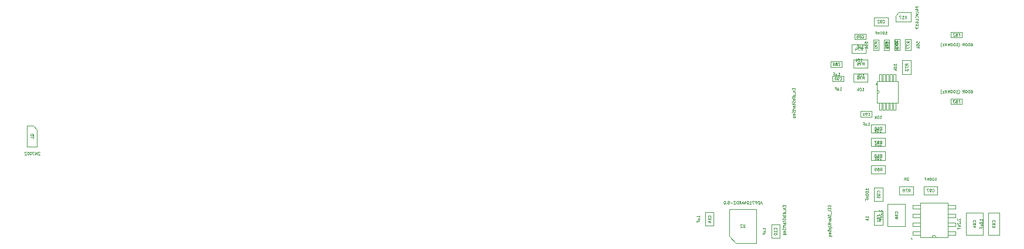
<source format=gbr>
G04 #@! TF.GenerationSoftware,KiCad,Pcbnew,(5.1.2)-1*
G04 #@! TF.CreationDate,2020-09-11T16:18:24+02:00*
G04 #@! TF.ProjectId,AFE_1CH_2V0,4146455f-3143-4485-9f32-56302e6b6963,3.1*
G04 #@! TF.SameCoordinates,Original*
G04 #@! TF.FileFunction,Other,Fab,Bot*
%FSLAX46Y46*%
G04 Gerber Fmt 4.6, Leading zero omitted, Abs format (unit mm)*
G04 Created by KiCad (PCBNEW (5.1.2)-1) date 2020-09-11 16:18:24*
%MOMM*%
%LPD*%
G04 APERTURE LIST*
%ADD10C,0.050000*%
G04 APERTURE END LIST*
D10*
X197729600Y-87281000D02*
X198704600Y-88256000D01*
X197729600Y-83356000D02*
X197729600Y-87281000D01*
X201629600Y-83356000D02*
X197729600Y-83356000D01*
X201629600Y-88256000D02*
X201629600Y-83356000D01*
X198704600Y-88256000D02*
X201629600Y-88256000D01*
X203819200Y-85563200D02*
X203819200Y-87563200D01*
X205019200Y-85563200D02*
X203819200Y-85563200D01*
X205019200Y-87563200D02*
X205019200Y-85563200D01*
X203819200Y-87563200D02*
X205019200Y-87563200D01*
X194294200Y-83790000D02*
X194294200Y-85790000D01*
X195494200Y-83790000D02*
X194294200Y-83790000D01*
X195494200Y-85790000D02*
X195494200Y-83790000D01*
X194294200Y-85790000D02*
X195494200Y-85790000D01*
X217462000Y-58769200D02*
X217462000Y-57969200D01*
X217462000Y-57969200D02*
X215862000Y-57969200D01*
X215862000Y-57969200D02*
X215862000Y-58769200D01*
X215862000Y-58769200D02*
X217462000Y-58769200D01*
X212407600Y-62782400D02*
X214007600Y-62782400D01*
X212407600Y-61982400D02*
X212407600Y-62782400D01*
X214007600Y-61982400D02*
X212407600Y-61982400D01*
X214007600Y-62782400D02*
X214007600Y-61982400D01*
X214261600Y-64865200D02*
X214261600Y-64065200D01*
X214261600Y-64065200D02*
X212661600Y-64065200D01*
X212661600Y-64065200D02*
X212661600Y-64865200D01*
X212661600Y-64865200D02*
X214261600Y-64865200D01*
X220659200Y-56784800D02*
X220659200Y-55584800D01*
X220659200Y-55584800D02*
X218659200Y-55584800D01*
X218659200Y-55584800D02*
X218659200Y-56784800D01*
X218659200Y-56784800D02*
X220659200Y-56784800D01*
X235166000Y-87083700D02*
X236766000Y-87083700D01*
X236766000Y-87083700D02*
X236766000Y-83883700D01*
X236766000Y-83883700D02*
X235166000Y-83883700D01*
X235166000Y-83883700D02*
X235166000Y-87083700D01*
X231922000Y-87083700D02*
X234422000Y-87083700D01*
X234422000Y-87083700D02*
X234422000Y-83883700D01*
X234422000Y-83883700D02*
X231922000Y-83883700D01*
X231922000Y-83883700D02*
X231922000Y-87083700D01*
X218703600Y-82216500D02*
X219903600Y-82216500D01*
X219903600Y-82216500D02*
X219903600Y-80216500D01*
X219903600Y-80216500D02*
X218703600Y-80216500D01*
X218703600Y-80216500D02*
X218703600Y-82216500D01*
X220644400Y-82613700D02*
X220644400Y-85813700D01*
X223144400Y-82613700D02*
X220644400Y-82613700D01*
X223144400Y-85813700D02*
X223144400Y-82613700D01*
X220644400Y-85813700D02*
X223144400Y-85813700D01*
X227822000Y-80057700D02*
X225822000Y-80057700D01*
X227822000Y-81257700D02*
X227822000Y-80057700D01*
X225822000Y-81257700D02*
X227822000Y-81257700D01*
X225822000Y-80057700D02*
X225822000Y-81257700D01*
X218703600Y-85670900D02*
X219903600Y-85670900D01*
X219903600Y-85670900D02*
X219903600Y-83670900D01*
X219903600Y-83670900D02*
X218703600Y-83670900D01*
X218703600Y-83670900D02*
X218703600Y-85670900D01*
X97677200Y-71846400D02*
X97677200Y-74296400D01*
X97127200Y-71276400D02*
X96277200Y-71276400D01*
X97677200Y-71846400D02*
X97127200Y-71276400D01*
X96277200Y-71276400D02*
X96277200Y-74316400D01*
X97677200Y-74316400D02*
X96277200Y-74316400D01*
X220252800Y-71078800D02*
X218252800Y-71078800D01*
X220252800Y-72278800D02*
X220252800Y-71078800D01*
X218252800Y-72278800D02*
X220252800Y-72278800D01*
X218252800Y-71078800D02*
X218252800Y-72278800D01*
X218252800Y-73060000D02*
X218252800Y-74260000D01*
X218252800Y-74260000D02*
X220252800Y-74260000D01*
X220252800Y-74260000D02*
X220252800Y-73060000D01*
X220252800Y-73060000D02*
X218252800Y-73060000D01*
X220252800Y-75041200D02*
X218252800Y-75041200D01*
X220252800Y-76241200D02*
X220252800Y-75041200D01*
X218252800Y-76241200D02*
X220252800Y-76241200D01*
X218252800Y-75041200D02*
X218252800Y-76241200D01*
X218252800Y-77022400D02*
X218252800Y-78222400D01*
X218252800Y-78222400D02*
X220252800Y-78222400D01*
X220252800Y-78222400D02*
X220252800Y-77022400D01*
X220252800Y-77022400D02*
X218252800Y-77022400D01*
X218548000Y-60388400D02*
X219348000Y-60388400D01*
X219348000Y-60388400D02*
X219348000Y-58788400D01*
X219348000Y-58788400D02*
X218548000Y-58788400D01*
X218548000Y-58788400D02*
X218548000Y-60388400D01*
X220872000Y-60388400D02*
X220872000Y-58788400D01*
X220072000Y-60388400D02*
X220872000Y-60388400D01*
X220072000Y-58788400D02*
X220072000Y-60388400D01*
X220872000Y-58788400D02*
X220072000Y-58788400D01*
X221596000Y-58762900D02*
X221596000Y-60362900D01*
X222396000Y-58762900D02*
X221596000Y-58762900D01*
X222396000Y-60362900D02*
X222396000Y-58762900D01*
X221596000Y-60362900D02*
X222396000Y-60362900D01*
X222767600Y-61788800D02*
X222767600Y-63788800D01*
X223967600Y-61788800D02*
X222767600Y-61788800D01*
X223967600Y-63788800D02*
X223967600Y-61788800D01*
X222767600Y-63788800D02*
X223967600Y-63788800D01*
X215458800Y-60747200D02*
X217458800Y-60747200D01*
X215458800Y-59547200D02*
X215458800Y-60747200D01*
X217458800Y-59547200D02*
X215458800Y-59547200D01*
X217458800Y-60747200D02*
X217458800Y-59547200D01*
X217712800Y-62931600D02*
X217712800Y-61731600D01*
X217712800Y-61731600D02*
X215712800Y-61731600D01*
X215712800Y-61731600D02*
X215712800Y-62931600D01*
X215712800Y-62931600D02*
X217712800Y-62931600D01*
X217712800Y-64963600D02*
X217712800Y-63763600D01*
X217712800Y-63763600D02*
X215712800Y-63763600D01*
X215712800Y-63763600D02*
X215712800Y-64963600D01*
X215712800Y-64963600D02*
X217712800Y-64963600D01*
X223970800Y-58737600D02*
X223170800Y-58737600D01*
X223170800Y-58737600D02*
X223170800Y-60337600D01*
X223170800Y-60337600D02*
X223970800Y-60337600D01*
X223970800Y-60337600D02*
X223970800Y-58737600D01*
X222339900Y-80057700D02*
X222339900Y-81257700D01*
X222339900Y-81257700D02*
X224339900Y-81257700D01*
X224339900Y-81257700D02*
X224339900Y-80057700D01*
X224339900Y-80057700D02*
X222339900Y-80057700D01*
X219789500Y-64846200D02*
X219459300Y-64846200D01*
X219459300Y-64846200D02*
X219459300Y-63817500D01*
X219459300Y-63817500D02*
X219789500Y-63817500D01*
X219789500Y-63817500D02*
X219789500Y-64846200D01*
X220289500Y-64846200D02*
X219959300Y-64846200D01*
X219959300Y-64846200D02*
X219959300Y-63817500D01*
X219959300Y-63817500D02*
X220289500Y-63817500D01*
X220289500Y-63817500D02*
X220289500Y-64846200D01*
X220789500Y-64846200D02*
X220459300Y-64846200D01*
X220459300Y-64846200D02*
X220459300Y-63817500D01*
X220459300Y-63817500D02*
X220789500Y-63817500D01*
X220789500Y-63817500D02*
X220789500Y-64846200D01*
X221289500Y-64846200D02*
X220959300Y-64846200D01*
X220959300Y-64846200D02*
X220959300Y-63817500D01*
X220959300Y-63817500D02*
X221289500Y-63817500D01*
X221289500Y-63817500D02*
X221289500Y-64846200D01*
X221789500Y-64846200D02*
X221459300Y-64846200D01*
X221459300Y-64846200D02*
X221459300Y-63817500D01*
X221459300Y-63817500D02*
X221789500Y-63817500D01*
X221789500Y-63817500D02*
X221789500Y-64846200D01*
X221459300Y-67945000D02*
X221789500Y-67945000D01*
X221789500Y-67945000D02*
X221789500Y-68973700D01*
X221789500Y-68973700D02*
X221459300Y-68973700D01*
X221459300Y-68973700D02*
X221459300Y-67945000D01*
X220959300Y-67945000D02*
X221289500Y-67945000D01*
X221289500Y-67945000D02*
X221289500Y-68973700D01*
X221289500Y-68973700D02*
X220959300Y-68973700D01*
X220959300Y-68973700D02*
X220959300Y-67945000D01*
X220459300Y-67945000D02*
X220789500Y-67945000D01*
X220789500Y-67945000D02*
X220789500Y-68973700D01*
X220789500Y-68973700D02*
X220459300Y-68973700D01*
X220459300Y-68973700D02*
X220459300Y-67945000D01*
X219959300Y-67945000D02*
X220289500Y-67945000D01*
X220289500Y-67945000D02*
X220289500Y-68973700D01*
X220289500Y-68973700D02*
X219959300Y-68973700D01*
X219959300Y-68973700D02*
X219959300Y-67945000D01*
X219459300Y-67945000D02*
X219789500Y-67945000D01*
X219789500Y-67945000D02*
X219789500Y-68973700D01*
X219789500Y-68973700D02*
X219459300Y-68973700D01*
X219459300Y-68973700D02*
X219459300Y-67945000D01*
X222173800Y-64846200D02*
X222173800Y-67945000D01*
X222173800Y-67945000D02*
X219075000Y-67945000D01*
X219075000Y-67945000D02*
X219075000Y-64846200D01*
X219075000Y-64846200D02*
X222173800Y-64846200D01*
X219075000Y-66090800D02*
G75*
G02X219075000Y-66700400I0J-304800D01*
G01*
X221759600Y-56235000D02*
X221759600Y-55385000D01*
X222259600Y-54885000D02*
X223959600Y-54885000D01*
X221759600Y-56235000D02*
X223959600Y-56235000D01*
X223959600Y-56235000D02*
X223959600Y-54885000D01*
X221759600Y-55385000D02*
X222259600Y-54885000D01*
X225336100Y-86626700D02*
X225336100Y-87134700D01*
X225336100Y-87134700D02*
X224231200Y-87134700D01*
X224231200Y-87134700D02*
X224231200Y-86626700D01*
X224231200Y-86626700D02*
X225336100Y-86626700D01*
X225336100Y-85356700D02*
X225336100Y-85864700D01*
X225336100Y-85864700D02*
X224231200Y-85864700D01*
X224231200Y-85864700D02*
X224231200Y-85356700D01*
X224231200Y-85356700D02*
X225336100Y-85356700D01*
X225336100Y-84086700D02*
X225336100Y-84594700D01*
X225336100Y-84594700D02*
X224231200Y-84594700D01*
X224231200Y-84594700D02*
X224231200Y-84086700D01*
X224231200Y-84086700D02*
X225336100Y-84086700D01*
X225336100Y-82816700D02*
X225336100Y-83324700D01*
X225336100Y-83324700D02*
X224231200Y-83324700D01*
X224231200Y-83324700D02*
X224231200Y-82816700D01*
X224231200Y-82816700D02*
X225336100Y-82816700D01*
X229323900Y-83324700D02*
X229323900Y-82816700D01*
X229323900Y-82816700D02*
X230428800Y-82816700D01*
X230428800Y-82816700D02*
X230428800Y-83324700D01*
X230428800Y-83324700D02*
X229323900Y-83324700D01*
X229323900Y-84594700D02*
X229323900Y-84086700D01*
X229323900Y-84086700D02*
X230428800Y-84086700D01*
X230428800Y-84086700D02*
X230428800Y-84594700D01*
X230428800Y-84594700D02*
X229323900Y-84594700D01*
X229323900Y-85864700D02*
X229323900Y-85356700D01*
X229323900Y-85356700D02*
X230428800Y-85356700D01*
X230428800Y-85356700D02*
X230428800Y-85864700D01*
X230428800Y-85864700D02*
X229323900Y-85864700D01*
X229323900Y-87134700D02*
X229323900Y-86626700D01*
X229323900Y-86626700D02*
X230428800Y-86626700D01*
X230428800Y-86626700D02*
X230428800Y-87134700D01*
X230428800Y-87134700D02*
X229323900Y-87134700D01*
X225336100Y-82473800D02*
X229323900Y-82473800D01*
X229323900Y-82473800D02*
X229323900Y-87477600D01*
X229323900Y-87477600D02*
X225336100Y-87477600D01*
X225336100Y-87477600D02*
X225336100Y-82473800D01*
X227025200Y-87477600D02*
G75*
G02X227634800Y-87477600I304800J0D01*
G01*
X218325600Y-69996000D02*
X218325600Y-69196000D01*
X218325600Y-69196000D02*
X216725600Y-69196000D01*
X216725600Y-69196000D02*
X216725600Y-69996000D01*
X216725600Y-69996000D02*
X218325600Y-69996000D01*
X229768500Y-58502500D02*
X231368500Y-58502500D01*
X229768500Y-57702500D02*
X229768500Y-58502500D01*
X231368500Y-57702500D02*
X229768500Y-57702500D01*
X231368500Y-58502500D02*
X231368500Y-57702500D01*
X229768500Y-67354500D02*
X229768500Y-68154500D01*
X229768500Y-68154500D02*
X231368500Y-68154500D01*
X231368500Y-68154500D02*
X231368500Y-67354500D01*
X231368500Y-67354500D02*
X229768500Y-67354500D01*
X202422457Y-82472666D02*
X202231980Y-82472666D01*
X202460552Y-82586952D02*
X202327219Y-82186952D01*
X202193885Y-82586952D01*
X202060552Y-82586952D02*
X202060552Y-82186952D01*
X201965314Y-82186952D01*
X201908171Y-82206000D01*
X201870076Y-82244095D01*
X201851028Y-82282190D01*
X201831980Y-82358380D01*
X201831980Y-82415523D01*
X201851028Y-82491714D01*
X201870076Y-82529809D01*
X201908171Y-82567904D01*
X201965314Y-82586952D01*
X202060552Y-82586952D01*
X201660552Y-82586952D02*
X201660552Y-82186952D01*
X201508171Y-82186952D01*
X201470076Y-82206000D01*
X201451028Y-82225047D01*
X201431980Y-82263142D01*
X201431980Y-82320285D01*
X201451028Y-82358380D01*
X201470076Y-82377428D01*
X201508171Y-82396476D01*
X201660552Y-82396476D01*
X201298647Y-82186952D02*
X201031980Y-82186952D01*
X201203409Y-82586952D01*
X200670076Y-82586952D02*
X200898647Y-82586952D01*
X200784361Y-82586952D02*
X200784361Y-82186952D01*
X200822457Y-82244095D01*
X200860552Y-82282190D01*
X200898647Y-82301238D01*
X200422457Y-82186952D02*
X200384361Y-82186952D01*
X200346266Y-82206000D01*
X200327219Y-82225047D01*
X200308171Y-82263142D01*
X200289123Y-82339333D01*
X200289123Y-82434571D01*
X200308171Y-82510761D01*
X200327219Y-82548857D01*
X200346266Y-82567904D01*
X200384361Y-82586952D01*
X200422457Y-82586952D01*
X200460552Y-82567904D01*
X200479600Y-82548857D01*
X200498647Y-82510761D01*
X200517695Y-82434571D01*
X200517695Y-82339333D01*
X200498647Y-82263142D01*
X200479600Y-82225047D01*
X200460552Y-82206000D01*
X200422457Y-82186952D01*
X199946266Y-82320285D02*
X199946266Y-82586952D01*
X200041504Y-82167904D02*
X200136742Y-82453619D01*
X199889123Y-82453619D01*
X199755790Y-82472666D02*
X199565314Y-82472666D01*
X199793885Y-82586952D02*
X199660552Y-82186952D01*
X199527219Y-82586952D01*
X199165314Y-82586952D02*
X199298647Y-82396476D01*
X199393885Y-82586952D02*
X199393885Y-82186952D01*
X199241504Y-82186952D01*
X199203409Y-82206000D01*
X199184361Y-82225047D01*
X199165314Y-82263142D01*
X199165314Y-82320285D01*
X199184361Y-82358380D01*
X199203409Y-82377428D01*
X199241504Y-82396476D01*
X199393885Y-82396476D01*
X198993885Y-82586952D02*
X198993885Y-82186952D01*
X198898647Y-82186952D01*
X198841504Y-82206000D01*
X198803409Y-82244095D01*
X198784361Y-82282190D01*
X198765314Y-82358380D01*
X198765314Y-82415523D01*
X198784361Y-82491714D01*
X198803409Y-82529809D01*
X198841504Y-82567904D01*
X198898647Y-82586952D01*
X198993885Y-82586952D01*
X198631980Y-82186952D02*
X198365314Y-82186952D01*
X198631980Y-82586952D01*
X198365314Y-82586952D01*
X198212933Y-82434571D02*
X197908171Y-82434571D01*
X197527219Y-82186952D02*
X197717695Y-82186952D01*
X197736742Y-82377428D01*
X197717695Y-82358380D01*
X197679600Y-82339333D01*
X197584361Y-82339333D01*
X197546266Y-82358380D01*
X197527219Y-82377428D01*
X197508171Y-82415523D01*
X197508171Y-82510761D01*
X197527219Y-82548857D01*
X197546266Y-82567904D01*
X197584361Y-82586952D01*
X197679600Y-82586952D01*
X197717695Y-82567904D01*
X197736742Y-82548857D01*
X197336742Y-82548857D02*
X197317695Y-82567904D01*
X197336742Y-82586952D01*
X197355790Y-82567904D01*
X197336742Y-82548857D01*
X197336742Y-82586952D01*
X197070076Y-82186952D02*
X197031980Y-82186952D01*
X196993885Y-82206000D01*
X196974838Y-82225047D01*
X196955790Y-82263142D01*
X196936742Y-82339333D01*
X196936742Y-82434571D01*
X196955790Y-82510761D01*
X196974838Y-82548857D01*
X196993885Y-82567904D01*
X197031980Y-82586952D01*
X197070076Y-82586952D01*
X197108171Y-82567904D01*
X197127219Y-82548857D01*
X197146266Y-82510761D01*
X197165314Y-82434571D01*
X197165314Y-82339333D01*
X197146266Y-82263142D01*
X197127219Y-82225047D01*
X197108171Y-82206000D01*
X197070076Y-82186952D01*
X199984361Y-85586952D02*
X199984361Y-85910761D01*
X199965314Y-85948857D01*
X199946266Y-85967904D01*
X199908171Y-85986952D01*
X199831980Y-85986952D01*
X199793885Y-85967904D01*
X199774838Y-85948857D01*
X199755790Y-85910761D01*
X199755790Y-85586952D01*
X199584361Y-85625047D02*
X199565314Y-85606000D01*
X199527219Y-85586952D01*
X199431980Y-85586952D01*
X199393885Y-85606000D01*
X199374838Y-85625047D01*
X199355790Y-85663142D01*
X199355790Y-85701238D01*
X199374838Y-85758380D01*
X199603409Y-85986952D01*
X199355790Y-85986952D01*
X202950152Y-86325104D02*
X202950152Y-86096533D01*
X202950152Y-86210819D02*
X202550152Y-86210819D01*
X202607295Y-86172723D01*
X202645390Y-86134628D01*
X202664438Y-86096533D01*
X202683485Y-86667961D02*
X202950152Y-86667961D01*
X202683485Y-86496533D02*
X202893009Y-86496533D01*
X202931104Y-86515580D01*
X202950152Y-86553676D01*
X202950152Y-86610819D01*
X202931104Y-86648914D01*
X202912057Y-86667961D01*
X202740628Y-86991771D02*
X202740628Y-86858438D01*
X202950152Y-86858438D02*
X202550152Y-86858438D01*
X202550152Y-87048914D01*
X204562057Y-86306057D02*
X204581104Y-86287009D01*
X204600152Y-86229866D01*
X204600152Y-86191771D01*
X204581104Y-86134628D01*
X204543009Y-86096533D01*
X204504914Y-86077485D01*
X204428723Y-86058438D01*
X204371580Y-86058438D01*
X204295390Y-86077485D01*
X204257295Y-86096533D01*
X204219200Y-86134628D01*
X204200152Y-86191771D01*
X204200152Y-86229866D01*
X204219200Y-86287009D01*
X204238247Y-86306057D01*
X204600152Y-86687009D02*
X204600152Y-86458438D01*
X204600152Y-86572723D02*
X204200152Y-86572723D01*
X204257295Y-86534628D01*
X204295390Y-86496533D01*
X204314438Y-86458438D01*
X204200152Y-86934628D02*
X204200152Y-86972723D01*
X204219200Y-87010819D01*
X204238247Y-87029866D01*
X204276342Y-87048914D01*
X204352533Y-87067961D01*
X204447771Y-87067961D01*
X204523961Y-87048914D01*
X204562057Y-87029866D01*
X204581104Y-87010819D01*
X204600152Y-86972723D01*
X204600152Y-86934628D01*
X204581104Y-86896533D01*
X204562057Y-86877485D01*
X204523961Y-86858438D01*
X204447771Y-86839390D01*
X204352533Y-86839390D01*
X204276342Y-86858438D01*
X204238247Y-86877485D01*
X204219200Y-86896533D01*
X204200152Y-86934628D01*
X193425152Y-84551904D02*
X193425152Y-84323333D01*
X193425152Y-84437619D02*
X193025152Y-84437619D01*
X193082295Y-84399523D01*
X193120390Y-84361428D01*
X193139438Y-84323333D01*
X193158485Y-84894761D02*
X193425152Y-84894761D01*
X193158485Y-84723333D02*
X193368009Y-84723333D01*
X193406104Y-84742380D01*
X193425152Y-84780476D01*
X193425152Y-84837619D01*
X193406104Y-84875714D01*
X193387057Y-84894761D01*
X193215628Y-85218571D02*
X193215628Y-85085238D01*
X193425152Y-85085238D02*
X193025152Y-85085238D01*
X193025152Y-85275714D01*
X195037057Y-84532857D02*
X195056104Y-84513809D01*
X195075152Y-84456666D01*
X195075152Y-84418571D01*
X195056104Y-84361428D01*
X195018009Y-84323333D01*
X194979914Y-84304285D01*
X194903723Y-84285238D01*
X194846580Y-84285238D01*
X194770390Y-84304285D01*
X194732295Y-84323333D01*
X194694200Y-84361428D01*
X194675152Y-84418571D01*
X194675152Y-84456666D01*
X194694200Y-84513809D01*
X194713247Y-84532857D01*
X195075152Y-84913809D02*
X195075152Y-84685238D01*
X195075152Y-84799523D02*
X194675152Y-84799523D01*
X194732295Y-84761428D01*
X194770390Y-84723333D01*
X194789438Y-84685238D01*
X194808485Y-85256666D02*
X195075152Y-85256666D01*
X194656104Y-85161428D02*
X194941819Y-85066190D01*
X194941819Y-85313809D01*
X207011828Y-65846590D02*
X207011828Y-65979923D01*
X207221352Y-66037066D02*
X207221352Y-65846590D01*
X206821352Y-65846590D01*
X206821352Y-66037066D01*
X206954685Y-66208495D02*
X207221352Y-66208495D01*
X206992780Y-66208495D02*
X206973733Y-66227542D01*
X206954685Y-66265638D01*
X206954685Y-66322780D01*
X206973733Y-66360876D01*
X207011828Y-66379923D01*
X207221352Y-66379923D01*
X207259447Y-66475161D02*
X207259447Y-66779923D01*
X207221352Y-67046590D02*
X206821352Y-67046590D01*
X207202304Y-67046590D02*
X207221352Y-67008495D01*
X207221352Y-66932304D01*
X207202304Y-66894209D01*
X207183257Y-66875161D01*
X207145161Y-66856114D01*
X207030876Y-66856114D01*
X206992780Y-66875161D01*
X206973733Y-66894209D01*
X206954685Y-66932304D01*
X206954685Y-67008495D01*
X206973733Y-67046590D01*
X207221352Y-67237066D02*
X206954685Y-67237066D01*
X206821352Y-67237066D02*
X206840400Y-67218019D01*
X206859447Y-67237066D01*
X206840400Y-67256114D01*
X206821352Y-67237066D01*
X206859447Y-67237066D01*
X207202304Y-67408495D02*
X207221352Y-67446590D01*
X207221352Y-67522780D01*
X207202304Y-67560876D01*
X207164209Y-67579923D01*
X207145161Y-67579923D01*
X207107066Y-67560876D01*
X207088019Y-67522780D01*
X207088019Y-67465638D01*
X207068971Y-67427542D01*
X207030876Y-67408495D01*
X207011828Y-67408495D01*
X206973733Y-67427542D01*
X206954685Y-67465638D01*
X206954685Y-67522780D01*
X206973733Y-67560876D01*
X207202304Y-67732304D02*
X207221352Y-67789447D01*
X207221352Y-67884685D01*
X207202304Y-67922780D01*
X207183257Y-67941828D01*
X207145161Y-67960876D01*
X207107066Y-67960876D01*
X207068971Y-67941828D01*
X207049923Y-67922780D01*
X207030876Y-67884685D01*
X207011828Y-67808495D01*
X206992780Y-67770400D01*
X206973733Y-67751352D01*
X206935638Y-67732304D01*
X206897542Y-67732304D01*
X206859447Y-67751352D01*
X206840400Y-67770400D01*
X206821352Y-67808495D01*
X206821352Y-67903733D01*
X206840400Y-67960876D01*
X206954685Y-68075161D02*
X206954685Y-68227542D01*
X206821352Y-68132304D02*
X207164209Y-68132304D01*
X207202304Y-68151352D01*
X207221352Y-68189447D01*
X207221352Y-68227542D01*
X207221352Y-68532304D02*
X207011828Y-68532304D01*
X206973733Y-68513257D01*
X206954685Y-68475161D01*
X206954685Y-68398971D01*
X206973733Y-68360876D01*
X207202304Y-68532304D02*
X207221352Y-68494209D01*
X207221352Y-68398971D01*
X207202304Y-68360876D01*
X207164209Y-68341828D01*
X207126114Y-68341828D01*
X207088019Y-68360876D01*
X207068971Y-68398971D01*
X207068971Y-68494209D01*
X207049923Y-68532304D01*
X207221352Y-68722780D02*
X206954685Y-68722780D01*
X207030876Y-68722780D02*
X206992780Y-68741828D01*
X206973733Y-68760876D01*
X206954685Y-68798971D01*
X206954685Y-68837066D01*
X206954685Y-68913257D02*
X206954685Y-69065638D01*
X206821352Y-68970400D02*
X207164209Y-68970400D01*
X207202304Y-68989447D01*
X207221352Y-69027542D01*
X207221352Y-69065638D01*
X207202304Y-69179923D02*
X207221352Y-69237066D01*
X207221352Y-69332304D01*
X207202304Y-69370400D01*
X207183257Y-69389447D01*
X207145161Y-69408495D01*
X207107066Y-69408495D01*
X207068971Y-69389447D01*
X207049923Y-69370400D01*
X207030876Y-69332304D01*
X207011828Y-69256114D01*
X206992780Y-69218019D01*
X206973733Y-69198971D01*
X206935638Y-69179923D01*
X206897542Y-69179923D01*
X206859447Y-69198971D01*
X206840400Y-69218019D01*
X206821352Y-69256114D01*
X206821352Y-69351352D01*
X206840400Y-69408495D01*
X207202304Y-69732304D02*
X207221352Y-69694209D01*
X207221352Y-69618019D01*
X207202304Y-69579923D01*
X207164209Y-69560876D01*
X207011828Y-69560876D01*
X206973733Y-69579923D01*
X206954685Y-69618019D01*
X206954685Y-69694209D01*
X206973733Y-69732304D01*
X207011828Y-69751352D01*
X207049923Y-69751352D01*
X207088019Y-69560876D01*
X206954685Y-70094209D02*
X207354685Y-70094209D01*
X207202304Y-70094209D02*
X207221352Y-70056114D01*
X207221352Y-69979923D01*
X207202304Y-69941828D01*
X207183257Y-69922780D01*
X207145161Y-69903733D01*
X207030876Y-69903733D01*
X206992780Y-69922780D01*
X206973733Y-69941828D01*
X206954685Y-69979923D01*
X206954685Y-70056114D01*
X206973733Y-70094209D01*
X205640228Y-82813790D02*
X205640228Y-82947123D01*
X205849752Y-83004266D02*
X205849752Y-82813790D01*
X205449752Y-82813790D01*
X205449752Y-83004266D01*
X205583085Y-83175695D02*
X205849752Y-83175695D01*
X205621180Y-83175695D02*
X205602133Y-83194742D01*
X205583085Y-83232838D01*
X205583085Y-83289980D01*
X205602133Y-83328076D01*
X205640228Y-83347123D01*
X205849752Y-83347123D01*
X205887847Y-83442361D02*
X205887847Y-83747123D01*
X205849752Y-84013790D02*
X205449752Y-84013790D01*
X205830704Y-84013790D02*
X205849752Y-83975695D01*
X205849752Y-83899504D01*
X205830704Y-83861409D01*
X205811657Y-83842361D01*
X205773561Y-83823314D01*
X205659276Y-83823314D01*
X205621180Y-83842361D01*
X205602133Y-83861409D01*
X205583085Y-83899504D01*
X205583085Y-83975695D01*
X205602133Y-84013790D01*
X205849752Y-84204266D02*
X205583085Y-84204266D01*
X205449752Y-84204266D02*
X205468800Y-84185219D01*
X205487847Y-84204266D01*
X205468800Y-84223314D01*
X205449752Y-84204266D01*
X205487847Y-84204266D01*
X205830704Y-84375695D02*
X205849752Y-84413790D01*
X205849752Y-84489980D01*
X205830704Y-84528076D01*
X205792609Y-84547123D01*
X205773561Y-84547123D01*
X205735466Y-84528076D01*
X205716419Y-84489980D01*
X205716419Y-84432838D01*
X205697371Y-84394742D01*
X205659276Y-84375695D01*
X205640228Y-84375695D01*
X205602133Y-84394742D01*
X205583085Y-84432838D01*
X205583085Y-84489980D01*
X205602133Y-84528076D01*
X205830704Y-84699504D02*
X205849752Y-84756647D01*
X205849752Y-84851885D01*
X205830704Y-84889980D01*
X205811657Y-84909028D01*
X205773561Y-84928076D01*
X205735466Y-84928076D01*
X205697371Y-84909028D01*
X205678323Y-84889980D01*
X205659276Y-84851885D01*
X205640228Y-84775695D01*
X205621180Y-84737600D01*
X205602133Y-84718552D01*
X205564038Y-84699504D01*
X205525942Y-84699504D01*
X205487847Y-84718552D01*
X205468800Y-84737600D01*
X205449752Y-84775695D01*
X205449752Y-84870933D01*
X205468800Y-84928076D01*
X205583085Y-85042361D02*
X205583085Y-85194742D01*
X205449752Y-85099504D02*
X205792609Y-85099504D01*
X205830704Y-85118552D01*
X205849752Y-85156647D01*
X205849752Y-85194742D01*
X205849752Y-85499504D02*
X205640228Y-85499504D01*
X205602133Y-85480457D01*
X205583085Y-85442361D01*
X205583085Y-85366171D01*
X205602133Y-85328076D01*
X205830704Y-85499504D02*
X205849752Y-85461409D01*
X205849752Y-85366171D01*
X205830704Y-85328076D01*
X205792609Y-85309028D01*
X205754514Y-85309028D01*
X205716419Y-85328076D01*
X205697371Y-85366171D01*
X205697371Y-85461409D01*
X205678323Y-85499504D01*
X205849752Y-85689980D02*
X205583085Y-85689980D01*
X205659276Y-85689980D02*
X205621180Y-85709028D01*
X205602133Y-85728076D01*
X205583085Y-85766171D01*
X205583085Y-85804266D01*
X205583085Y-85880457D02*
X205583085Y-86032838D01*
X205449752Y-85937600D02*
X205792609Y-85937600D01*
X205830704Y-85956647D01*
X205849752Y-85994742D01*
X205849752Y-86032838D01*
X205830704Y-86147123D02*
X205849752Y-86204266D01*
X205849752Y-86299504D01*
X205830704Y-86337600D01*
X205811657Y-86356647D01*
X205773561Y-86375695D01*
X205735466Y-86375695D01*
X205697371Y-86356647D01*
X205678323Y-86337600D01*
X205659276Y-86299504D01*
X205640228Y-86223314D01*
X205621180Y-86185219D01*
X205602133Y-86166171D01*
X205564038Y-86147123D01*
X205525942Y-86147123D01*
X205487847Y-86166171D01*
X205468800Y-86185219D01*
X205449752Y-86223314D01*
X205449752Y-86318552D01*
X205468800Y-86375695D01*
X205830704Y-86699504D02*
X205849752Y-86661409D01*
X205849752Y-86585219D01*
X205830704Y-86547123D01*
X205792609Y-86528076D01*
X205640228Y-86528076D01*
X205602133Y-86547123D01*
X205583085Y-86585219D01*
X205583085Y-86661409D01*
X205602133Y-86699504D01*
X205640228Y-86718552D01*
X205678323Y-86718552D01*
X205716419Y-86528076D01*
X205583085Y-87061409D02*
X205983085Y-87061409D01*
X205830704Y-87061409D02*
X205849752Y-87023314D01*
X205849752Y-86947123D01*
X205830704Y-86909028D01*
X205811657Y-86889980D01*
X205773561Y-86870933D01*
X205659276Y-86870933D01*
X205621180Y-86889980D01*
X205602133Y-86909028D01*
X205583085Y-86947123D01*
X205583085Y-87023314D01*
X205602133Y-87061409D01*
X216900095Y-59980152D02*
X217128666Y-59980152D01*
X217014380Y-59980152D02*
X217014380Y-59580152D01*
X217052476Y-59637295D01*
X217090571Y-59675390D01*
X217128666Y-59694438D01*
X216557238Y-59713485D02*
X216557238Y-59980152D01*
X216728666Y-59713485D02*
X216728666Y-59923009D01*
X216709619Y-59961104D01*
X216671523Y-59980152D01*
X216614380Y-59980152D01*
X216576285Y-59961104D01*
X216557238Y-59942057D01*
X216233428Y-59770628D02*
X216366761Y-59770628D01*
X216366761Y-59980152D02*
X216366761Y-59580152D01*
X216176285Y-59580152D01*
X216919142Y-58512057D02*
X216938190Y-58531104D01*
X216995333Y-58550152D01*
X217033428Y-58550152D01*
X217090571Y-58531104D01*
X217128666Y-58493009D01*
X217147714Y-58454914D01*
X217166761Y-58378723D01*
X217166761Y-58321580D01*
X217147714Y-58245390D01*
X217128666Y-58207295D01*
X217090571Y-58169200D01*
X217033428Y-58150152D01*
X216995333Y-58150152D01*
X216938190Y-58169200D01*
X216919142Y-58188247D01*
X216690571Y-58321580D02*
X216728666Y-58302533D01*
X216747714Y-58283485D01*
X216766761Y-58245390D01*
X216766761Y-58226342D01*
X216747714Y-58188247D01*
X216728666Y-58169200D01*
X216690571Y-58150152D01*
X216614380Y-58150152D01*
X216576285Y-58169200D01*
X216557238Y-58188247D01*
X216538190Y-58226342D01*
X216538190Y-58245390D01*
X216557238Y-58283485D01*
X216576285Y-58302533D01*
X216614380Y-58321580D01*
X216690571Y-58321580D01*
X216728666Y-58340628D01*
X216747714Y-58359676D01*
X216766761Y-58397771D01*
X216766761Y-58473961D01*
X216747714Y-58512057D01*
X216728666Y-58531104D01*
X216690571Y-58550152D01*
X216614380Y-58550152D01*
X216576285Y-58531104D01*
X216557238Y-58512057D01*
X216538190Y-58473961D01*
X216538190Y-58397771D01*
X216557238Y-58359676D01*
X216576285Y-58340628D01*
X216614380Y-58321580D01*
X216309619Y-58321580D02*
X216347714Y-58302533D01*
X216366761Y-58283485D01*
X216385809Y-58245390D01*
X216385809Y-58226342D01*
X216366761Y-58188247D01*
X216347714Y-58169200D01*
X216309619Y-58150152D01*
X216233428Y-58150152D01*
X216195333Y-58169200D01*
X216176285Y-58188247D01*
X216157238Y-58226342D01*
X216157238Y-58245390D01*
X216176285Y-58283485D01*
X216195333Y-58302533D01*
X216233428Y-58321580D01*
X216309619Y-58321580D01*
X216347714Y-58340628D01*
X216366761Y-58359676D01*
X216385809Y-58397771D01*
X216385809Y-58473961D01*
X216366761Y-58512057D01*
X216347714Y-58531104D01*
X216309619Y-58550152D01*
X216233428Y-58550152D01*
X216195333Y-58531104D01*
X216176285Y-58512057D01*
X216157238Y-58473961D01*
X216157238Y-58397771D01*
X216176285Y-58359676D01*
X216195333Y-58340628D01*
X216233428Y-58321580D01*
X213445695Y-63993352D02*
X213674266Y-63993352D01*
X213559980Y-63993352D02*
X213559980Y-63593352D01*
X213598076Y-63650495D01*
X213636171Y-63688590D01*
X213674266Y-63707638D01*
X213102838Y-63726685D02*
X213102838Y-63993352D01*
X213274266Y-63726685D02*
X213274266Y-63936209D01*
X213255219Y-63974304D01*
X213217123Y-63993352D01*
X213159980Y-63993352D01*
X213121885Y-63974304D01*
X213102838Y-63955257D01*
X212779028Y-63783828D02*
X212912361Y-63783828D01*
X212912361Y-63993352D02*
X212912361Y-63593352D01*
X212721885Y-63593352D01*
X213464742Y-62525257D02*
X213483790Y-62544304D01*
X213540933Y-62563352D01*
X213579028Y-62563352D01*
X213636171Y-62544304D01*
X213674266Y-62506209D01*
X213693314Y-62468114D01*
X213712361Y-62391923D01*
X213712361Y-62334780D01*
X213693314Y-62258590D01*
X213674266Y-62220495D01*
X213636171Y-62182400D01*
X213579028Y-62163352D01*
X213540933Y-62163352D01*
X213483790Y-62182400D01*
X213464742Y-62201447D01*
X213236171Y-62334780D02*
X213274266Y-62315733D01*
X213293314Y-62296685D01*
X213312361Y-62258590D01*
X213312361Y-62239542D01*
X213293314Y-62201447D01*
X213274266Y-62182400D01*
X213236171Y-62163352D01*
X213159980Y-62163352D01*
X213121885Y-62182400D01*
X213102838Y-62201447D01*
X213083790Y-62239542D01*
X213083790Y-62258590D01*
X213102838Y-62296685D01*
X213121885Y-62315733D01*
X213159980Y-62334780D01*
X213236171Y-62334780D01*
X213274266Y-62353828D01*
X213293314Y-62372876D01*
X213312361Y-62410971D01*
X213312361Y-62487161D01*
X213293314Y-62525257D01*
X213274266Y-62544304D01*
X213236171Y-62563352D01*
X213159980Y-62563352D01*
X213121885Y-62544304D01*
X213102838Y-62525257D01*
X213083790Y-62487161D01*
X213083790Y-62410971D01*
X213102838Y-62372876D01*
X213121885Y-62353828D01*
X213159980Y-62334780D01*
X212893314Y-62563352D02*
X212817123Y-62563352D01*
X212779028Y-62544304D01*
X212759980Y-62525257D01*
X212721885Y-62468114D01*
X212702838Y-62391923D01*
X212702838Y-62239542D01*
X212721885Y-62201447D01*
X212740933Y-62182400D01*
X212779028Y-62163352D01*
X212855219Y-62163352D01*
X212893314Y-62182400D01*
X212912361Y-62201447D01*
X212931409Y-62239542D01*
X212931409Y-62334780D01*
X212912361Y-62372876D01*
X212893314Y-62391923D01*
X212855219Y-62410971D01*
X212779028Y-62410971D01*
X212740933Y-62391923D01*
X212721885Y-62372876D01*
X212702838Y-62334780D01*
X213699695Y-66076152D02*
X213928266Y-66076152D01*
X213813980Y-66076152D02*
X213813980Y-65676152D01*
X213852076Y-65733295D01*
X213890171Y-65771390D01*
X213928266Y-65790438D01*
X213356838Y-65809485D02*
X213356838Y-66076152D01*
X213528266Y-65809485D02*
X213528266Y-66019009D01*
X213509219Y-66057104D01*
X213471123Y-66076152D01*
X213413980Y-66076152D01*
X213375885Y-66057104D01*
X213356838Y-66038057D01*
X213033028Y-65866628D02*
X213166361Y-65866628D01*
X213166361Y-66076152D02*
X213166361Y-65676152D01*
X212975885Y-65676152D01*
X213718742Y-64608057D02*
X213737790Y-64627104D01*
X213794933Y-64646152D01*
X213833028Y-64646152D01*
X213890171Y-64627104D01*
X213928266Y-64589009D01*
X213947314Y-64550914D01*
X213966361Y-64474723D01*
X213966361Y-64417580D01*
X213947314Y-64341390D01*
X213928266Y-64303295D01*
X213890171Y-64265200D01*
X213833028Y-64246152D01*
X213794933Y-64246152D01*
X213737790Y-64265200D01*
X213718742Y-64284247D01*
X213528266Y-64646152D02*
X213452076Y-64646152D01*
X213413980Y-64627104D01*
X213394933Y-64608057D01*
X213356838Y-64550914D01*
X213337790Y-64474723D01*
X213337790Y-64322342D01*
X213356838Y-64284247D01*
X213375885Y-64265200D01*
X213413980Y-64246152D01*
X213490171Y-64246152D01*
X213528266Y-64265200D01*
X213547314Y-64284247D01*
X213566361Y-64322342D01*
X213566361Y-64417580D01*
X213547314Y-64455676D01*
X213528266Y-64474723D01*
X213490171Y-64493771D01*
X213413980Y-64493771D01*
X213375885Y-64474723D01*
X213356838Y-64455676D01*
X213337790Y-64417580D01*
X213090171Y-64246152D02*
X213052076Y-64246152D01*
X213013980Y-64265200D01*
X212994933Y-64284247D01*
X212975885Y-64322342D01*
X212956838Y-64398533D01*
X212956838Y-64493771D01*
X212975885Y-64569961D01*
X212994933Y-64608057D01*
X213013980Y-64627104D01*
X213052076Y-64646152D01*
X213090171Y-64646152D01*
X213128266Y-64627104D01*
X213147314Y-64608057D01*
X213166361Y-64569961D01*
X213185409Y-64493771D01*
X213185409Y-64398533D01*
X213166361Y-64322342D01*
X213147314Y-64284247D01*
X213128266Y-64265200D01*
X213090171Y-64246152D01*
X220278247Y-58015752D02*
X220506819Y-58015752D01*
X220392533Y-58015752D02*
X220392533Y-57615752D01*
X220430628Y-57672895D01*
X220468723Y-57710990D01*
X220506819Y-57730038D01*
X220030628Y-57615752D02*
X219992533Y-57615752D01*
X219954438Y-57634800D01*
X219935390Y-57653847D01*
X219916342Y-57691942D01*
X219897295Y-57768133D01*
X219897295Y-57863371D01*
X219916342Y-57939561D01*
X219935390Y-57977657D01*
X219954438Y-57996704D01*
X219992533Y-58015752D01*
X220030628Y-58015752D01*
X220068723Y-57996704D01*
X220087771Y-57977657D01*
X220106819Y-57939561D01*
X220125866Y-57863371D01*
X220125866Y-57768133D01*
X220106819Y-57691942D01*
X220087771Y-57653847D01*
X220068723Y-57634800D01*
X220030628Y-57615752D01*
X219649676Y-57615752D02*
X219611580Y-57615752D01*
X219573485Y-57634800D01*
X219554438Y-57653847D01*
X219535390Y-57691942D01*
X219516342Y-57768133D01*
X219516342Y-57863371D01*
X219535390Y-57939561D01*
X219554438Y-57977657D01*
X219573485Y-57996704D01*
X219611580Y-58015752D01*
X219649676Y-58015752D01*
X219687771Y-57996704D01*
X219706819Y-57977657D01*
X219725866Y-57939561D01*
X219744914Y-57863371D01*
X219744914Y-57768133D01*
X219725866Y-57691942D01*
X219706819Y-57653847D01*
X219687771Y-57634800D01*
X219649676Y-57615752D01*
X219344914Y-57749085D02*
X219344914Y-58015752D01*
X219344914Y-57787180D02*
X219325866Y-57768133D01*
X219287771Y-57749085D01*
X219230628Y-57749085D01*
X219192533Y-57768133D01*
X219173485Y-57806228D01*
X219173485Y-58015752D01*
X218849676Y-57806228D02*
X218983009Y-57806228D01*
X218983009Y-58015752D02*
X218983009Y-57615752D01*
X218792533Y-57615752D01*
X219916342Y-56327657D02*
X219935390Y-56346704D01*
X219992533Y-56365752D01*
X220030628Y-56365752D01*
X220087771Y-56346704D01*
X220125866Y-56308609D01*
X220144914Y-56270514D01*
X220163961Y-56194323D01*
X220163961Y-56137180D01*
X220144914Y-56060990D01*
X220125866Y-56022895D01*
X220087771Y-55984800D01*
X220030628Y-55965752D01*
X219992533Y-55965752D01*
X219935390Y-55984800D01*
X219916342Y-56003847D01*
X219725866Y-56365752D02*
X219649676Y-56365752D01*
X219611580Y-56346704D01*
X219592533Y-56327657D01*
X219554438Y-56270514D01*
X219535390Y-56194323D01*
X219535390Y-56041942D01*
X219554438Y-56003847D01*
X219573485Y-55984800D01*
X219611580Y-55965752D01*
X219687771Y-55965752D01*
X219725866Y-55984800D01*
X219744914Y-56003847D01*
X219763961Y-56041942D01*
X219763961Y-56137180D01*
X219744914Y-56175276D01*
X219725866Y-56194323D01*
X219687771Y-56213371D01*
X219611580Y-56213371D01*
X219573485Y-56194323D01*
X219554438Y-56175276D01*
X219535390Y-56137180D01*
X219383009Y-56003847D02*
X219363961Y-55984800D01*
X219325866Y-55965752D01*
X219230628Y-55965752D01*
X219192533Y-55984800D01*
X219173485Y-56003847D01*
X219154438Y-56041942D01*
X219154438Y-56080038D01*
X219173485Y-56137180D01*
X219402057Y-56365752D01*
X219154438Y-56365752D01*
X234326952Y-85055128D02*
X234326952Y-84826557D01*
X234326952Y-84940842D02*
X233926952Y-84940842D01*
X233984095Y-84902747D01*
X234022190Y-84864652D01*
X234041238Y-84826557D01*
X233926952Y-85302747D02*
X233926952Y-85340842D01*
X233946000Y-85378938D01*
X233965047Y-85397985D01*
X234003142Y-85417033D01*
X234079333Y-85436080D01*
X234174571Y-85436080D01*
X234250761Y-85417033D01*
X234288857Y-85397985D01*
X234307904Y-85378938D01*
X234326952Y-85340842D01*
X234326952Y-85302747D01*
X234307904Y-85264652D01*
X234288857Y-85245604D01*
X234250761Y-85226557D01*
X234174571Y-85207509D01*
X234079333Y-85207509D01*
X234003142Y-85226557D01*
X233965047Y-85245604D01*
X233946000Y-85264652D01*
X233926952Y-85302747D01*
X234060285Y-85778938D02*
X234326952Y-85778938D01*
X234060285Y-85607509D02*
X234269809Y-85607509D01*
X234307904Y-85626557D01*
X234326952Y-85664652D01*
X234326952Y-85721795D01*
X234307904Y-85759890D01*
X234288857Y-85778938D01*
X234117428Y-86102747D02*
X234117428Y-85969414D01*
X234326952Y-85969414D02*
X233926952Y-85969414D01*
X233926952Y-86159890D01*
X236108857Y-85226557D02*
X236127904Y-85207509D01*
X236146952Y-85150366D01*
X236146952Y-85112271D01*
X236127904Y-85055128D01*
X236089809Y-85017033D01*
X236051714Y-84997985D01*
X235975523Y-84978938D01*
X235918380Y-84978938D01*
X235842190Y-84997985D01*
X235804095Y-85017033D01*
X235766000Y-85055128D01*
X235746952Y-85112271D01*
X235746952Y-85150366D01*
X235766000Y-85207509D01*
X235785047Y-85226557D01*
X236146952Y-85417033D02*
X236146952Y-85493223D01*
X236127904Y-85531319D01*
X236108857Y-85550366D01*
X236051714Y-85588461D01*
X235975523Y-85607509D01*
X235823142Y-85607509D01*
X235785047Y-85588461D01*
X235766000Y-85569414D01*
X235746952Y-85531319D01*
X235746952Y-85455128D01*
X235766000Y-85417033D01*
X235785047Y-85397985D01*
X235823142Y-85378938D01*
X235918380Y-85378938D01*
X235956476Y-85397985D01*
X235975523Y-85417033D01*
X235994571Y-85455128D01*
X235994571Y-85531319D01*
X235975523Y-85569414D01*
X235956476Y-85588461D01*
X235918380Y-85607509D01*
X235746952Y-85740842D02*
X235746952Y-85988461D01*
X235899333Y-85855128D01*
X235899333Y-85912271D01*
X235918380Y-85950366D01*
X235937428Y-85969414D01*
X235975523Y-85988461D01*
X236070761Y-85988461D01*
X236108857Y-85969414D01*
X236127904Y-85950366D01*
X236146952Y-85912271D01*
X236146952Y-85797985D01*
X236127904Y-85759890D01*
X236108857Y-85740842D01*
X230711047Y-84731319D02*
X230692000Y-84750366D01*
X230672952Y-84788461D01*
X230672952Y-84883700D01*
X230692000Y-84921795D01*
X230711047Y-84940842D01*
X230749142Y-84959890D01*
X230787238Y-84959890D01*
X230844380Y-84940842D01*
X231072952Y-84712271D01*
X231072952Y-84959890D01*
X231034857Y-85131319D02*
X231053904Y-85150366D01*
X231072952Y-85131319D01*
X231053904Y-85112271D01*
X231034857Y-85131319D01*
X231072952Y-85131319D01*
X230711047Y-85302747D02*
X230692000Y-85321795D01*
X230672952Y-85359890D01*
X230672952Y-85455128D01*
X230692000Y-85493223D01*
X230711047Y-85512271D01*
X230749142Y-85531319D01*
X230787238Y-85531319D01*
X230844380Y-85512271D01*
X231072952Y-85283700D01*
X231072952Y-85531319D01*
X230806285Y-85874176D02*
X231072952Y-85874176D01*
X230806285Y-85702747D02*
X231015809Y-85702747D01*
X231053904Y-85721795D01*
X231072952Y-85759890D01*
X231072952Y-85817033D01*
X231053904Y-85855128D01*
X231034857Y-85874176D01*
X230863428Y-86197985D02*
X230863428Y-86064652D01*
X231072952Y-86064652D02*
X230672952Y-86064652D01*
X230672952Y-86255128D01*
X233314857Y-85226557D02*
X233333904Y-85207509D01*
X233352952Y-85150366D01*
X233352952Y-85112271D01*
X233333904Y-85055128D01*
X233295809Y-85017033D01*
X233257714Y-84997985D01*
X233181523Y-84978938D01*
X233124380Y-84978938D01*
X233048190Y-84997985D01*
X233010095Y-85017033D01*
X232972000Y-85055128D01*
X232952952Y-85112271D01*
X232952952Y-85150366D01*
X232972000Y-85207509D01*
X232991047Y-85226557D01*
X233352952Y-85417033D02*
X233352952Y-85493223D01*
X233333904Y-85531319D01*
X233314857Y-85550366D01*
X233257714Y-85588461D01*
X233181523Y-85607509D01*
X233029142Y-85607509D01*
X232991047Y-85588461D01*
X232972000Y-85569414D01*
X232952952Y-85531319D01*
X232952952Y-85455128D01*
X232972000Y-85417033D01*
X232991047Y-85397985D01*
X233029142Y-85378938D01*
X233124380Y-85378938D01*
X233162476Y-85397985D01*
X233181523Y-85417033D01*
X233200571Y-85455128D01*
X233200571Y-85531319D01*
X233181523Y-85569414D01*
X233162476Y-85588461D01*
X233124380Y-85607509D01*
X233086285Y-85950366D02*
X233352952Y-85950366D01*
X232933904Y-85855128D02*
X233219619Y-85759890D01*
X233219619Y-86007509D01*
X217834552Y-80597452D02*
X217834552Y-80368880D01*
X217834552Y-80483166D02*
X217434552Y-80483166D01*
X217491695Y-80445071D01*
X217529790Y-80406976D01*
X217548838Y-80368880D01*
X217434552Y-80845071D02*
X217434552Y-80883166D01*
X217453600Y-80921261D01*
X217472647Y-80940309D01*
X217510742Y-80959357D01*
X217586933Y-80978404D01*
X217682171Y-80978404D01*
X217758361Y-80959357D01*
X217796457Y-80940309D01*
X217815504Y-80921261D01*
X217834552Y-80883166D01*
X217834552Y-80845071D01*
X217815504Y-80806976D01*
X217796457Y-80787928D01*
X217758361Y-80768880D01*
X217682171Y-80749833D01*
X217586933Y-80749833D01*
X217510742Y-80768880D01*
X217472647Y-80787928D01*
X217453600Y-80806976D01*
X217434552Y-80845071D01*
X217434552Y-81226023D02*
X217434552Y-81264119D01*
X217453600Y-81302214D01*
X217472647Y-81321261D01*
X217510742Y-81340309D01*
X217586933Y-81359357D01*
X217682171Y-81359357D01*
X217758361Y-81340309D01*
X217796457Y-81321261D01*
X217815504Y-81302214D01*
X217834552Y-81264119D01*
X217834552Y-81226023D01*
X217815504Y-81187928D01*
X217796457Y-81168880D01*
X217758361Y-81149833D01*
X217682171Y-81130785D01*
X217586933Y-81130785D01*
X217510742Y-81149833D01*
X217472647Y-81168880D01*
X217453600Y-81187928D01*
X217434552Y-81226023D01*
X217567885Y-81530785D02*
X217834552Y-81530785D01*
X217605980Y-81530785D02*
X217586933Y-81549833D01*
X217567885Y-81587928D01*
X217567885Y-81645071D01*
X217586933Y-81683166D01*
X217625028Y-81702214D01*
X217834552Y-81702214D01*
X217625028Y-82026023D02*
X217625028Y-81892690D01*
X217834552Y-81892690D02*
X217434552Y-81892690D01*
X217434552Y-82083166D01*
X219446457Y-80959357D02*
X219465504Y-80940309D01*
X219484552Y-80883166D01*
X219484552Y-80845071D01*
X219465504Y-80787928D01*
X219427409Y-80749833D01*
X219389314Y-80730785D01*
X219313123Y-80711738D01*
X219255980Y-80711738D01*
X219179790Y-80730785D01*
X219141695Y-80749833D01*
X219103600Y-80787928D01*
X219084552Y-80845071D01*
X219084552Y-80883166D01*
X219103600Y-80940309D01*
X219122647Y-80959357D01*
X219484552Y-81149833D02*
X219484552Y-81226023D01*
X219465504Y-81264119D01*
X219446457Y-81283166D01*
X219389314Y-81321261D01*
X219313123Y-81340309D01*
X219160742Y-81340309D01*
X219122647Y-81321261D01*
X219103600Y-81302214D01*
X219084552Y-81264119D01*
X219084552Y-81187928D01*
X219103600Y-81149833D01*
X219122647Y-81130785D01*
X219160742Y-81111738D01*
X219255980Y-81111738D01*
X219294076Y-81130785D01*
X219313123Y-81149833D01*
X219332171Y-81187928D01*
X219332171Y-81264119D01*
X219313123Y-81302214D01*
X219294076Y-81321261D01*
X219255980Y-81340309D01*
X219084552Y-81702214D02*
X219084552Y-81511738D01*
X219275028Y-81492690D01*
X219255980Y-81511738D01*
X219236933Y-81549833D01*
X219236933Y-81645071D01*
X219255980Y-81683166D01*
X219275028Y-81702214D01*
X219313123Y-81721261D01*
X219408361Y-81721261D01*
X219446457Y-81702214D01*
X219465504Y-81683166D01*
X219484552Y-81645071D01*
X219484552Y-81549833D01*
X219465504Y-81511738D01*
X219446457Y-81492690D01*
X219433447Y-83461319D02*
X219414400Y-83480366D01*
X219395352Y-83518461D01*
X219395352Y-83613700D01*
X219414400Y-83651795D01*
X219433447Y-83670842D01*
X219471542Y-83689890D01*
X219509638Y-83689890D01*
X219566780Y-83670842D01*
X219795352Y-83442271D01*
X219795352Y-83689890D01*
X219757257Y-83861319D02*
X219776304Y-83880366D01*
X219795352Y-83861319D01*
X219776304Y-83842271D01*
X219757257Y-83861319D01*
X219795352Y-83861319D01*
X219433447Y-84032747D02*
X219414400Y-84051795D01*
X219395352Y-84089890D01*
X219395352Y-84185128D01*
X219414400Y-84223223D01*
X219433447Y-84242271D01*
X219471542Y-84261319D01*
X219509638Y-84261319D01*
X219566780Y-84242271D01*
X219795352Y-84013700D01*
X219795352Y-84261319D01*
X219528685Y-84604176D02*
X219795352Y-84604176D01*
X219528685Y-84432747D02*
X219738209Y-84432747D01*
X219776304Y-84451795D01*
X219795352Y-84489890D01*
X219795352Y-84547033D01*
X219776304Y-84585128D01*
X219757257Y-84604176D01*
X219585828Y-84927985D02*
X219585828Y-84794652D01*
X219795352Y-84794652D02*
X219395352Y-84794652D01*
X219395352Y-84985128D01*
X222037257Y-83956557D02*
X222056304Y-83937509D01*
X222075352Y-83880366D01*
X222075352Y-83842271D01*
X222056304Y-83785128D01*
X222018209Y-83747033D01*
X221980114Y-83727985D01*
X221903923Y-83708938D01*
X221846780Y-83708938D01*
X221770590Y-83727985D01*
X221732495Y-83747033D01*
X221694400Y-83785128D01*
X221675352Y-83842271D01*
X221675352Y-83880366D01*
X221694400Y-83937509D01*
X221713447Y-83956557D01*
X222075352Y-84147033D02*
X222075352Y-84223223D01*
X222056304Y-84261319D01*
X222037257Y-84280366D01*
X221980114Y-84318461D01*
X221903923Y-84337509D01*
X221751542Y-84337509D01*
X221713447Y-84318461D01*
X221694400Y-84299414D01*
X221675352Y-84261319D01*
X221675352Y-84185128D01*
X221694400Y-84147033D01*
X221713447Y-84127985D01*
X221751542Y-84108938D01*
X221846780Y-84108938D01*
X221884876Y-84127985D01*
X221903923Y-84147033D01*
X221922971Y-84185128D01*
X221922971Y-84261319D01*
X221903923Y-84299414D01*
X221884876Y-84318461D01*
X221846780Y-84337509D01*
X221675352Y-84680366D02*
X221675352Y-84604176D01*
X221694400Y-84566080D01*
X221713447Y-84547033D01*
X221770590Y-84508938D01*
X221846780Y-84489890D01*
X221999161Y-84489890D01*
X222037257Y-84508938D01*
X222056304Y-84527985D01*
X222075352Y-84566080D01*
X222075352Y-84642271D01*
X222056304Y-84680366D01*
X222037257Y-84699414D01*
X221999161Y-84718461D01*
X221903923Y-84718461D01*
X221865828Y-84699414D01*
X221846780Y-84680366D01*
X221827733Y-84642271D01*
X221827733Y-84566080D01*
X221846780Y-84527985D01*
X221865828Y-84508938D01*
X221903923Y-84489890D01*
X227441047Y-79188652D02*
X227669619Y-79188652D01*
X227555333Y-79188652D02*
X227555333Y-78788652D01*
X227593428Y-78845795D01*
X227631523Y-78883890D01*
X227669619Y-78902938D01*
X227193428Y-78788652D02*
X227155333Y-78788652D01*
X227117238Y-78807700D01*
X227098190Y-78826747D01*
X227079142Y-78864842D01*
X227060095Y-78941033D01*
X227060095Y-79036271D01*
X227079142Y-79112461D01*
X227098190Y-79150557D01*
X227117238Y-79169604D01*
X227155333Y-79188652D01*
X227193428Y-79188652D01*
X227231523Y-79169604D01*
X227250571Y-79150557D01*
X227269619Y-79112461D01*
X227288666Y-79036271D01*
X227288666Y-78941033D01*
X227269619Y-78864842D01*
X227250571Y-78826747D01*
X227231523Y-78807700D01*
X227193428Y-78788652D01*
X226812476Y-78788652D02*
X226774380Y-78788652D01*
X226736285Y-78807700D01*
X226717238Y-78826747D01*
X226698190Y-78864842D01*
X226679142Y-78941033D01*
X226679142Y-79036271D01*
X226698190Y-79112461D01*
X226717238Y-79150557D01*
X226736285Y-79169604D01*
X226774380Y-79188652D01*
X226812476Y-79188652D01*
X226850571Y-79169604D01*
X226869619Y-79150557D01*
X226888666Y-79112461D01*
X226907714Y-79036271D01*
X226907714Y-78941033D01*
X226888666Y-78864842D01*
X226869619Y-78826747D01*
X226850571Y-78807700D01*
X226812476Y-78788652D01*
X226507714Y-78921985D02*
X226507714Y-79188652D01*
X226507714Y-78960080D02*
X226488666Y-78941033D01*
X226450571Y-78921985D01*
X226393428Y-78921985D01*
X226355333Y-78941033D01*
X226336285Y-78979128D01*
X226336285Y-79188652D01*
X226012476Y-78979128D02*
X226145809Y-78979128D01*
X226145809Y-79188652D02*
X226145809Y-78788652D01*
X225955333Y-78788652D01*
X227079142Y-80800557D02*
X227098190Y-80819604D01*
X227155333Y-80838652D01*
X227193428Y-80838652D01*
X227250571Y-80819604D01*
X227288666Y-80781509D01*
X227307714Y-80743414D01*
X227326761Y-80667223D01*
X227326761Y-80610080D01*
X227307714Y-80533890D01*
X227288666Y-80495795D01*
X227250571Y-80457700D01*
X227193428Y-80438652D01*
X227155333Y-80438652D01*
X227098190Y-80457700D01*
X227079142Y-80476747D01*
X226888666Y-80838652D02*
X226812476Y-80838652D01*
X226774380Y-80819604D01*
X226755333Y-80800557D01*
X226717238Y-80743414D01*
X226698190Y-80667223D01*
X226698190Y-80514842D01*
X226717238Y-80476747D01*
X226736285Y-80457700D01*
X226774380Y-80438652D01*
X226850571Y-80438652D01*
X226888666Y-80457700D01*
X226907714Y-80476747D01*
X226926761Y-80514842D01*
X226926761Y-80610080D01*
X226907714Y-80648176D01*
X226888666Y-80667223D01*
X226850571Y-80686271D01*
X226774380Y-80686271D01*
X226736285Y-80667223D01*
X226717238Y-80648176D01*
X226698190Y-80610080D01*
X226564857Y-80438652D02*
X226298190Y-80438652D01*
X226469619Y-80838652D01*
X217834552Y-84623280D02*
X217834552Y-84394709D01*
X217834552Y-84508995D02*
X217434552Y-84508995D01*
X217491695Y-84470900D01*
X217529790Y-84432804D01*
X217548838Y-84394709D01*
X217834552Y-84794709D02*
X217434552Y-84794709D01*
X217682171Y-84832804D02*
X217834552Y-84947090D01*
X217567885Y-84947090D02*
X217720266Y-84794709D01*
X219275028Y-84337566D02*
X219275028Y-84204233D01*
X219484552Y-84204233D02*
X219084552Y-84204233D01*
X219084552Y-84394709D01*
X219275028Y-84680423D02*
X219294076Y-84737566D01*
X219313123Y-84756614D01*
X219351219Y-84775661D01*
X219408361Y-84775661D01*
X219446457Y-84756614D01*
X219465504Y-84737566D01*
X219484552Y-84699471D01*
X219484552Y-84547090D01*
X219084552Y-84547090D01*
X219084552Y-84680423D01*
X219103600Y-84718519D01*
X219122647Y-84737566D01*
X219160742Y-84756614D01*
X219198838Y-84756614D01*
X219236933Y-84737566D01*
X219255980Y-84718519D01*
X219275028Y-84680423D01*
X219275028Y-84547090D01*
X219484552Y-85156614D02*
X219484552Y-84928042D01*
X219484552Y-85042328D02*
X219084552Y-85042328D01*
X219141695Y-85004233D01*
X219179790Y-84966138D01*
X219198838Y-84928042D01*
X98062914Y-75115447D02*
X98043866Y-75096400D01*
X98005771Y-75077352D01*
X97910533Y-75077352D01*
X97872438Y-75096400D01*
X97853390Y-75115447D01*
X97834342Y-75153542D01*
X97834342Y-75191638D01*
X97853390Y-75248780D01*
X98081961Y-75477352D01*
X97834342Y-75477352D01*
X97662914Y-75477352D02*
X97662914Y-75077352D01*
X97434342Y-75477352D01*
X97434342Y-75077352D01*
X97281961Y-75077352D02*
X97015295Y-75077352D01*
X97186723Y-75477352D01*
X96786723Y-75077352D02*
X96748628Y-75077352D01*
X96710533Y-75096400D01*
X96691485Y-75115447D01*
X96672438Y-75153542D01*
X96653390Y-75229733D01*
X96653390Y-75324971D01*
X96672438Y-75401161D01*
X96691485Y-75439257D01*
X96710533Y-75458304D01*
X96748628Y-75477352D01*
X96786723Y-75477352D01*
X96824819Y-75458304D01*
X96843866Y-75439257D01*
X96862914Y-75401161D01*
X96881961Y-75324971D01*
X96881961Y-75229733D01*
X96862914Y-75153542D01*
X96843866Y-75115447D01*
X96824819Y-75096400D01*
X96786723Y-75077352D01*
X96405771Y-75077352D02*
X96367676Y-75077352D01*
X96329580Y-75096400D01*
X96310533Y-75115447D01*
X96291485Y-75153542D01*
X96272438Y-75229733D01*
X96272438Y-75324971D01*
X96291485Y-75401161D01*
X96310533Y-75439257D01*
X96329580Y-75458304D01*
X96367676Y-75477352D01*
X96405771Y-75477352D01*
X96443866Y-75458304D01*
X96462914Y-75439257D01*
X96481961Y-75401161D01*
X96501009Y-75324971D01*
X96501009Y-75229733D01*
X96481961Y-75153542D01*
X96462914Y-75115447D01*
X96443866Y-75096400D01*
X96405771Y-75077352D01*
X96120057Y-75115447D02*
X96101009Y-75096400D01*
X96062914Y-75077352D01*
X95967676Y-75077352D01*
X95929580Y-75096400D01*
X95910533Y-75115447D01*
X95891485Y-75153542D01*
X95891485Y-75191638D01*
X95910533Y-75248780D01*
X96139104Y-75477352D01*
X95891485Y-75477352D01*
X97196247Y-72758304D02*
X97177200Y-72720209D01*
X97139104Y-72682114D01*
X97081961Y-72624971D01*
X97062914Y-72586876D01*
X97062914Y-72548780D01*
X97158152Y-72567828D02*
X97139104Y-72529733D01*
X97101009Y-72491638D01*
X97024819Y-72472590D01*
X96891485Y-72472590D01*
X96815295Y-72491638D01*
X96777200Y-72529733D01*
X96758152Y-72567828D01*
X96758152Y-72644019D01*
X96777200Y-72682114D01*
X96815295Y-72720209D01*
X96891485Y-72739257D01*
X97024819Y-72739257D01*
X97101009Y-72720209D01*
X97139104Y-72682114D01*
X97158152Y-72644019D01*
X97158152Y-72567828D01*
X97158152Y-73120209D02*
X97158152Y-72891638D01*
X97158152Y-73005923D02*
X96758152Y-73005923D01*
X96815295Y-72967828D01*
X96853390Y-72929733D01*
X96872438Y-72891638D01*
X219490895Y-70209752D02*
X219719466Y-70209752D01*
X219605180Y-70209752D02*
X219605180Y-69809752D01*
X219643276Y-69866895D01*
X219681371Y-69904990D01*
X219719466Y-69924038D01*
X219243276Y-69809752D02*
X219205180Y-69809752D01*
X219167085Y-69828800D01*
X219148038Y-69847847D01*
X219128990Y-69885942D01*
X219109942Y-69962133D01*
X219109942Y-70057371D01*
X219128990Y-70133561D01*
X219148038Y-70171657D01*
X219167085Y-70190704D01*
X219205180Y-70209752D01*
X219243276Y-70209752D01*
X219281371Y-70190704D01*
X219300419Y-70171657D01*
X219319466Y-70133561D01*
X219338514Y-70057371D01*
X219338514Y-69962133D01*
X219319466Y-69885942D01*
X219300419Y-69847847D01*
X219281371Y-69828800D01*
X219243276Y-69809752D01*
X218938514Y-70209752D02*
X218938514Y-69809752D01*
X218900419Y-70057371D02*
X218786133Y-70209752D01*
X218786133Y-69943085D02*
X218938514Y-70095466D01*
X219509942Y-71859752D02*
X219643276Y-71669276D01*
X219738514Y-71859752D02*
X219738514Y-71459752D01*
X219586133Y-71459752D01*
X219548038Y-71478800D01*
X219528990Y-71497847D01*
X219509942Y-71535942D01*
X219509942Y-71593085D01*
X219528990Y-71631180D01*
X219548038Y-71650228D01*
X219586133Y-71669276D01*
X219738514Y-71669276D01*
X219167085Y-71459752D02*
X219243276Y-71459752D01*
X219281371Y-71478800D01*
X219300419Y-71497847D01*
X219338514Y-71554990D01*
X219357561Y-71631180D01*
X219357561Y-71783561D01*
X219338514Y-71821657D01*
X219319466Y-71840704D01*
X219281371Y-71859752D01*
X219205180Y-71859752D01*
X219167085Y-71840704D01*
X219148038Y-71821657D01*
X219128990Y-71783561D01*
X219128990Y-71688323D01*
X219148038Y-71650228D01*
X219167085Y-71631180D01*
X219205180Y-71612133D01*
X219281371Y-71612133D01*
X219319466Y-71631180D01*
X219338514Y-71650228D01*
X219357561Y-71688323D01*
X218786133Y-71459752D02*
X218862323Y-71459752D01*
X218900419Y-71478800D01*
X218919466Y-71497847D01*
X218957561Y-71554990D01*
X218976609Y-71631180D01*
X218976609Y-71783561D01*
X218957561Y-71821657D01*
X218938514Y-71840704D01*
X218900419Y-71859752D01*
X218824228Y-71859752D01*
X218786133Y-71840704D01*
X218767085Y-71821657D01*
X218748038Y-71783561D01*
X218748038Y-71688323D01*
X218767085Y-71650228D01*
X218786133Y-71631180D01*
X218824228Y-71612133D01*
X218900419Y-71612133D01*
X218938514Y-71631180D01*
X218957561Y-71650228D01*
X218976609Y-71688323D01*
X219490895Y-72190952D02*
X219719466Y-72190952D01*
X219605180Y-72190952D02*
X219605180Y-71790952D01*
X219643276Y-71848095D01*
X219681371Y-71886190D01*
X219719466Y-71905238D01*
X219243276Y-71790952D02*
X219205180Y-71790952D01*
X219167085Y-71810000D01*
X219148038Y-71829047D01*
X219128990Y-71867142D01*
X219109942Y-71943333D01*
X219109942Y-72038571D01*
X219128990Y-72114761D01*
X219148038Y-72152857D01*
X219167085Y-72171904D01*
X219205180Y-72190952D01*
X219243276Y-72190952D01*
X219281371Y-72171904D01*
X219300419Y-72152857D01*
X219319466Y-72114761D01*
X219338514Y-72038571D01*
X219338514Y-71943333D01*
X219319466Y-71867142D01*
X219300419Y-71829047D01*
X219281371Y-71810000D01*
X219243276Y-71790952D01*
X218938514Y-72190952D02*
X218938514Y-71790952D01*
X218900419Y-72038571D02*
X218786133Y-72190952D01*
X218786133Y-71924285D02*
X218938514Y-72076666D01*
X219509942Y-73840952D02*
X219643276Y-73650476D01*
X219738514Y-73840952D02*
X219738514Y-73440952D01*
X219586133Y-73440952D01*
X219548038Y-73460000D01*
X219528990Y-73479047D01*
X219509942Y-73517142D01*
X219509942Y-73574285D01*
X219528990Y-73612380D01*
X219548038Y-73631428D01*
X219586133Y-73650476D01*
X219738514Y-73650476D01*
X219167085Y-73440952D02*
X219243276Y-73440952D01*
X219281371Y-73460000D01*
X219300419Y-73479047D01*
X219338514Y-73536190D01*
X219357561Y-73612380D01*
X219357561Y-73764761D01*
X219338514Y-73802857D01*
X219319466Y-73821904D01*
X219281371Y-73840952D01*
X219205180Y-73840952D01*
X219167085Y-73821904D01*
X219148038Y-73802857D01*
X219128990Y-73764761D01*
X219128990Y-73669523D01*
X219148038Y-73631428D01*
X219167085Y-73612380D01*
X219205180Y-73593333D01*
X219281371Y-73593333D01*
X219319466Y-73612380D01*
X219338514Y-73631428D01*
X219357561Y-73669523D01*
X218995657Y-73440952D02*
X218728990Y-73440952D01*
X218900419Y-73840952D01*
X219490895Y-74172152D02*
X219719466Y-74172152D01*
X219605180Y-74172152D02*
X219605180Y-73772152D01*
X219643276Y-73829295D01*
X219681371Y-73867390D01*
X219719466Y-73886438D01*
X219243276Y-73772152D02*
X219205180Y-73772152D01*
X219167085Y-73791200D01*
X219148038Y-73810247D01*
X219128990Y-73848342D01*
X219109942Y-73924533D01*
X219109942Y-74019771D01*
X219128990Y-74095961D01*
X219148038Y-74134057D01*
X219167085Y-74153104D01*
X219205180Y-74172152D01*
X219243276Y-74172152D01*
X219281371Y-74153104D01*
X219300419Y-74134057D01*
X219319466Y-74095961D01*
X219338514Y-74019771D01*
X219338514Y-73924533D01*
X219319466Y-73848342D01*
X219300419Y-73810247D01*
X219281371Y-73791200D01*
X219243276Y-73772152D01*
X218938514Y-74172152D02*
X218938514Y-73772152D01*
X218900419Y-74019771D02*
X218786133Y-74172152D01*
X218786133Y-73905485D02*
X218938514Y-74057866D01*
X219509942Y-75822152D02*
X219643276Y-75631676D01*
X219738514Y-75822152D02*
X219738514Y-75422152D01*
X219586133Y-75422152D01*
X219548038Y-75441200D01*
X219528990Y-75460247D01*
X219509942Y-75498342D01*
X219509942Y-75555485D01*
X219528990Y-75593580D01*
X219548038Y-75612628D01*
X219586133Y-75631676D01*
X219738514Y-75631676D01*
X219167085Y-75422152D02*
X219243276Y-75422152D01*
X219281371Y-75441200D01*
X219300419Y-75460247D01*
X219338514Y-75517390D01*
X219357561Y-75593580D01*
X219357561Y-75745961D01*
X219338514Y-75784057D01*
X219319466Y-75803104D01*
X219281371Y-75822152D01*
X219205180Y-75822152D01*
X219167085Y-75803104D01*
X219148038Y-75784057D01*
X219128990Y-75745961D01*
X219128990Y-75650723D01*
X219148038Y-75612628D01*
X219167085Y-75593580D01*
X219205180Y-75574533D01*
X219281371Y-75574533D01*
X219319466Y-75593580D01*
X219338514Y-75612628D01*
X219357561Y-75650723D01*
X218900419Y-75593580D02*
X218938514Y-75574533D01*
X218957561Y-75555485D01*
X218976609Y-75517390D01*
X218976609Y-75498342D01*
X218957561Y-75460247D01*
X218938514Y-75441200D01*
X218900419Y-75422152D01*
X218824228Y-75422152D01*
X218786133Y-75441200D01*
X218767085Y-75460247D01*
X218748038Y-75498342D01*
X218748038Y-75517390D01*
X218767085Y-75555485D01*
X218786133Y-75574533D01*
X218824228Y-75593580D01*
X218900419Y-75593580D01*
X218938514Y-75612628D01*
X218957561Y-75631676D01*
X218976609Y-75669771D01*
X218976609Y-75745961D01*
X218957561Y-75784057D01*
X218938514Y-75803104D01*
X218900419Y-75822152D01*
X218824228Y-75822152D01*
X218786133Y-75803104D01*
X218767085Y-75784057D01*
X218748038Y-75745961D01*
X218748038Y-75669771D01*
X218767085Y-75631676D01*
X218786133Y-75612628D01*
X218824228Y-75593580D01*
X219490895Y-76153352D02*
X219719466Y-76153352D01*
X219605180Y-76153352D02*
X219605180Y-75753352D01*
X219643276Y-75810495D01*
X219681371Y-75848590D01*
X219719466Y-75867638D01*
X219243276Y-75753352D02*
X219205180Y-75753352D01*
X219167085Y-75772400D01*
X219148038Y-75791447D01*
X219128990Y-75829542D01*
X219109942Y-75905733D01*
X219109942Y-76000971D01*
X219128990Y-76077161D01*
X219148038Y-76115257D01*
X219167085Y-76134304D01*
X219205180Y-76153352D01*
X219243276Y-76153352D01*
X219281371Y-76134304D01*
X219300419Y-76115257D01*
X219319466Y-76077161D01*
X219338514Y-76000971D01*
X219338514Y-75905733D01*
X219319466Y-75829542D01*
X219300419Y-75791447D01*
X219281371Y-75772400D01*
X219243276Y-75753352D01*
X218938514Y-76153352D02*
X218938514Y-75753352D01*
X218900419Y-76000971D02*
X218786133Y-76153352D01*
X218786133Y-75886685D02*
X218938514Y-76039066D01*
X219509942Y-77803352D02*
X219643276Y-77612876D01*
X219738514Y-77803352D02*
X219738514Y-77403352D01*
X219586133Y-77403352D01*
X219548038Y-77422400D01*
X219528990Y-77441447D01*
X219509942Y-77479542D01*
X219509942Y-77536685D01*
X219528990Y-77574780D01*
X219548038Y-77593828D01*
X219586133Y-77612876D01*
X219738514Y-77612876D01*
X219167085Y-77403352D02*
X219243276Y-77403352D01*
X219281371Y-77422400D01*
X219300419Y-77441447D01*
X219338514Y-77498590D01*
X219357561Y-77574780D01*
X219357561Y-77727161D01*
X219338514Y-77765257D01*
X219319466Y-77784304D01*
X219281371Y-77803352D01*
X219205180Y-77803352D01*
X219167085Y-77784304D01*
X219148038Y-77765257D01*
X219128990Y-77727161D01*
X219128990Y-77631923D01*
X219148038Y-77593828D01*
X219167085Y-77574780D01*
X219205180Y-77555733D01*
X219281371Y-77555733D01*
X219319466Y-77574780D01*
X219338514Y-77593828D01*
X219357561Y-77631923D01*
X218938514Y-77803352D02*
X218862323Y-77803352D01*
X218824228Y-77784304D01*
X218805180Y-77765257D01*
X218767085Y-77708114D01*
X218748038Y-77631923D01*
X218748038Y-77479542D01*
X218767085Y-77441447D01*
X218786133Y-77422400D01*
X218824228Y-77403352D01*
X218900419Y-77403352D01*
X218938514Y-77422400D01*
X218957561Y-77441447D01*
X218976609Y-77479542D01*
X218976609Y-77574780D01*
X218957561Y-77612876D01*
X218938514Y-77631923D01*
X218900419Y-77650971D01*
X218824228Y-77650971D01*
X218786133Y-77631923D01*
X218767085Y-77612876D01*
X218748038Y-77574780D01*
X217298952Y-59331257D02*
X217298952Y-59140780D01*
X217489428Y-59121733D01*
X217470380Y-59140780D01*
X217451333Y-59178876D01*
X217451333Y-59274114D01*
X217470380Y-59312209D01*
X217489428Y-59331257D01*
X217527523Y-59350304D01*
X217622761Y-59350304D01*
X217660857Y-59331257D01*
X217679904Y-59312209D01*
X217698952Y-59274114D01*
X217698952Y-59178876D01*
X217679904Y-59140780D01*
X217660857Y-59121733D01*
X217298952Y-59693161D02*
X217298952Y-59616971D01*
X217318000Y-59578876D01*
X217337047Y-59559828D01*
X217394190Y-59521733D01*
X217470380Y-59502685D01*
X217622761Y-59502685D01*
X217660857Y-59521733D01*
X217679904Y-59540780D01*
X217698952Y-59578876D01*
X217698952Y-59655066D01*
X217679904Y-59693161D01*
X217660857Y-59712209D01*
X217622761Y-59731257D01*
X217527523Y-59731257D01*
X217489428Y-59712209D01*
X217470380Y-59693161D01*
X217451333Y-59655066D01*
X217451333Y-59578876D01*
X217470380Y-59540780D01*
X217489428Y-59521733D01*
X217527523Y-59502685D01*
X217698952Y-59902685D02*
X217298952Y-59902685D01*
X217546571Y-59940780D02*
X217698952Y-60055066D01*
X217432285Y-60055066D02*
X217584666Y-59902685D01*
X219128952Y-59331257D02*
X218938476Y-59197923D01*
X219128952Y-59102685D02*
X218728952Y-59102685D01*
X218728952Y-59255066D01*
X218748000Y-59293161D01*
X218767047Y-59312209D01*
X218805142Y-59331257D01*
X218862285Y-59331257D01*
X218900380Y-59312209D01*
X218919428Y-59293161D01*
X218938476Y-59255066D01*
X218938476Y-59102685D01*
X218728952Y-59464590D02*
X218728952Y-59731257D01*
X219128952Y-59559828D01*
X218728952Y-59959828D02*
X218728952Y-59997923D01*
X218748000Y-60036019D01*
X218767047Y-60055066D01*
X218805142Y-60074114D01*
X218881333Y-60093161D01*
X218976571Y-60093161D01*
X219052761Y-60074114D01*
X219090857Y-60055066D01*
X219109904Y-60036019D01*
X219128952Y-59997923D01*
X219128952Y-59959828D01*
X219109904Y-59921733D01*
X219090857Y-59902685D01*
X219052761Y-59883638D01*
X218976571Y-59864590D01*
X218881333Y-59864590D01*
X218805142Y-59883638D01*
X218767047Y-59902685D01*
X218748000Y-59921733D01*
X218728952Y-59959828D01*
X221721047Y-58931257D02*
X221702000Y-58950304D01*
X221682952Y-58988400D01*
X221682952Y-59083638D01*
X221702000Y-59121733D01*
X221721047Y-59140780D01*
X221759142Y-59159828D01*
X221797238Y-59159828D01*
X221854380Y-59140780D01*
X222082952Y-58912209D01*
X222082952Y-59159828D01*
X221682952Y-59407447D02*
X221682952Y-59445542D01*
X221702000Y-59483638D01*
X221721047Y-59502685D01*
X221759142Y-59521733D01*
X221835333Y-59540780D01*
X221930571Y-59540780D01*
X222006761Y-59521733D01*
X222044857Y-59502685D01*
X222063904Y-59483638D01*
X222082952Y-59445542D01*
X222082952Y-59407447D01*
X222063904Y-59369352D01*
X222044857Y-59350304D01*
X222006761Y-59331257D01*
X221930571Y-59312209D01*
X221835333Y-59312209D01*
X221759142Y-59331257D01*
X221721047Y-59350304D01*
X221702000Y-59369352D01*
X221682952Y-59407447D01*
X221682952Y-59788400D02*
X221682952Y-59826495D01*
X221702000Y-59864590D01*
X221721047Y-59883638D01*
X221759142Y-59902685D01*
X221835333Y-59921733D01*
X221930571Y-59921733D01*
X222006761Y-59902685D01*
X222044857Y-59883638D01*
X222063904Y-59864590D01*
X222082952Y-59826495D01*
X222082952Y-59788400D01*
X222063904Y-59750304D01*
X222044857Y-59731257D01*
X222006761Y-59712209D01*
X221930571Y-59693161D01*
X221835333Y-59693161D01*
X221759142Y-59712209D01*
X221721047Y-59731257D01*
X221702000Y-59750304D01*
X221682952Y-59788400D01*
X222082952Y-60093161D02*
X221682952Y-60093161D01*
X221930571Y-60131257D02*
X222082952Y-60245542D01*
X221816285Y-60245542D02*
X221968666Y-60093161D01*
X220652952Y-59331257D02*
X220462476Y-59197923D01*
X220652952Y-59102685D02*
X220252952Y-59102685D01*
X220252952Y-59255066D01*
X220272000Y-59293161D01*
X220291047Y-59312209D01*
X220329142Y-59331257D01*
X220386285Y-59331257D01*
X220424380Y-59312209D01*
X220443428Y-59293161D01*
X220462476Y-59255066D01*
X220462476Y-59102685D01*
X220252952Y-59464590D02*
X220252952Y-59731257D01*
X220652952Y-59559828D01*
X220652952Y-60093161D02*
X220652952Y-59864590D01*
X220652952Y-59978876D02*
X220252952Y-59978876D01*
X220310095Y-59940780D01*
X220348190Y-59902685D01*
X220367238Y-59864590D01*
X220346952Y-59305757D02*
X220346952Y-59115280D01*
X220537428Y-59096233D01*
X220518380Y-59115280D01*
X220499333Y-59153376D01*
X220499333Y-59248614D01*
X220518380Y-59286709D01*
X220537428Y-59305757D01*
X220575523Y-59324804D01*
X220670761Y-59324804D01*
X220708857Y-59305757D01*
X220727904Y-59286709D01*
X220746952Y-59248614D01*
X220746952Y-59153376D01*
X220727904Y-59115280D01*
X220708857Y-59096233D01*
X220346952Y-59667661D02*
X220346952Y-59591471D01*
X220366000Y-59553376D01*
X220385047Y-59534328D01*
X220442190Y-59496233D01*
X220518380Y-59477185D01*
X220670761Y-59477185D01*
X220708857Y-59496233D01*
X220727904Y-59515280D01*
X220746952Y-59553376D01*
X220746952Y-59629566D01*
X220727904Y-59667661D01*
X220708857Y-59686709D01*
X220670761Y-59705757D01*
X220575523Y-59705757D01*
X220537428Y-59686709D01*
X220518380Y-59667661D01*
X220499333Y-59629566D01*
X220499333Y-59553376D01*
X220518380Y-59515280D01*
X220537428Y-59496233D01*
X220575523Y-59477185D01*
X220746952Y-59877185D02*
X220346952Y-59877185D01*
X220594571Y-59915280D02*
X220746952Y-60029566D01*
X220480285Y-60029566D02*
X220632666Y-59877185D01*
X222176952Y-59305757D02*
X221986476Y-59172423D01*
X222176952Y-59077185D02*
X221776952Y-59077185D01*
X221776952Y-59229566D01*
X221796000Y-59267661D01*
X221815047Y-59286709D01*
X221853142Y-59305757D01*
X221910285Y-59305757D01*
X221948380Y-59286709D01*
X221967428Y-59267661D01*
X221986476Y-59229566D01*
X221986476Y-59077185D01*
X221776952Y-59439090D02*
X221776952Y-59705757D01*
X222176952Y-59534328D01*
X221815047Y-59839090D02*
X221796000Y-59858138D01*
X221776952Y-59896233D01*
X221776952Y-59991471D01*
X221796000Y-60029566D01*
X221815047Y-60048614D01*
X221853142Y-60067661D01*
X221891238Y-60067661D01*
X221948380Y-60048614D01*
X222176952Y-59820042D01*
X222176952Y-60067661D01*
X221898552Y-62550704D02*
X221898552Y-62322133D01*
X221898552Y-62436419D02*
X221498552Y-62436419D01*
X221555695Y-62398323D01*
X221593790Y-62360228D01*
X221612838Y-62322133D01*
X221498552Y-62798323D02*
X221498552Y-62836419D01*
X221517600Y-62874514D01*
X221536647Y-62893561D01*
X221574742Y-62912609D01*
X221650933Y-62931657D01*
X221746171Y-62931657D01*
X221822361Y-62912609D01*
X221860457Y-62893561D01*
X221879504Y-62874514D01*
X221898552Y-62836419D01*
X221898552Y-62798323D01*
X221879504Y-62760228D01*
X221860457Y-62741180D01*
X221822361Y-62722133D01*
X221746171Y-62703085D01*
X221650933Y-62703085D01*
X221574742Y-62722133D01*
X221536647Y-62741180D01*
X221517600Y-62760228D01*
X221498552Y-62798323D01*
X221898552Y-63103085D02*
X221498552Y-63103085D01*
X221746171Y-63141180D02*
X221898552Y-63255466D01*
X221631885Y-63255466D02*
X221784266Y-63103085D01*
X223548552Y-62531657D02*
X223358076Y-62398323D01*
X223548552Y-62303085D02*
X223148552Y-62303085D01*
X223148552Y-62455466D01*
X223167600Y-62493561D01*
X223186647Y-62512609D01*
X223224742Y-62531657D01*
X223281885Y-62531657D01*
X223319980Y-62512609D01*
X223339028Y-62493561D01*
X223358076Y-62455466D01*
X223358076Y-62303085D01*
X223148552Y-62664990D02*
X223148552Y-62931657D01*
X223548552Y-62760228D01*
X223148552Y-63045942D02*
X223148552Y-63293561D01*
X223300933Y-63160228D01*
X223300933Y-63217371D01*
X223319980Y-63255466D01*
X223339028Y-63274514D01*
X223377123Y-63293561D01*
X223472361Y-63293561D01*
X223510457Y-63274514D01*
X223529504Y-63255466D01*
X223548552Y-63217371D01*
X223548552Y-63103085D01*
X223529504Y-63064990D01*
X223510457Y-63045942D01*
X216696895Y-61978152D02*
X216925466Y-61978152D01*
X216811180Y-61978152D02*
X216811180Y-61578152D01*
X216849276Y-61635295D01*
X216887371Y-61673390D01*
X216925466Y-61692438D01*
X216449276Y-61578152D02*
X216411180Y-61578152D01*
X216373085Y-61597200D01*
X216354038Y-61616247D01*
X216334990Y-61654342D01*
X216315942Y-61730533D01*
X216315942Y-61825771D01*
X216334990Y-61901961D01*
X216354038Y-61940057D01*
X216373085Y-61959104D01*
X216411180Y-61978152D01*
X216449276Y-61978152D01*
X216487371Y-61959104D01*
X216506419Y-61940057D01*
X216525466Y-61901961D01*
X216544514Y-61825771D01*
X216544514Y-61730533D01*
X216525466Y-61654342D01*
X216506419Y-61616247D01*
X216487371Y-61597200D01*
X216449276Y-61578152D01*
X216144514Y-61978152D02*
X216144514Y-61578152D01*
X216106419Y-61825771D02*
X215992133Y-61978152D01*
X215992133Y-61711485D02*
X216144514Y-61863866D01*
X216715942Y-60328152D02*
X216849276Y-60137676D01*
X216944514Y-60328152D02*
X216944514Y-59928152D01*
X216792133Y-59928152D01*
X216754038Y-59947200D01*
X216734990Y-59966247D01*
X216715942Y-60004342D01*
X216715942Y-60061485D01*
X216734990Y-60099580D01*
X216754038Y-60118628D01*
X216792133Y-60137676D01*
X216944514Y-60137676D01*
X216582609Y-59928152D02*
X216315942Y-59928152D01*
X216487371Y-60328152D01*
X215992133Y-60061485D02*
X215992133Y-60328152D01*
X216087371Y-59909104D02*
X216182609Y-60194819D01*
X215934990Y-60194819D01*
X216950895Y-64162552D02*
X217179466Y-64162552D01*
X217065180Y-64162552D02*
X217065180Y-63762552D01*
X217103276Y-63819695D01*
X217141371Y-63857790D01*
X217179466Y-63876838D01*
X216703276Y-63762552D02*
X216665180Y-63762552D01*
X216627085Y-63781600D01*
X216608038Y-63800647D01*
X216588990Y-63838742D01*
X216569942Y-63914933D01*
X216569942Y-64010171D01*
X216588990Y-64086361D01*
X216608038Y-64124457D01*
X216627085Y-64143504D01*
X216665180Y-64162552D01*
X216703276Y-64162552D01*
X216741371Y-64143504D01*
X216760419Y-64124457D01*
X216779466Y-64086361D01*
X216798514Y-64010171D01*
X216798514Y-63914933D01*
X216779466Y-63838742D01*
X216760419Y-63800647D01*
X216741371Y-63781600D01*
X216703276Y-63762552D01*
X216398514Y-64162552D02*
X216398514Y-63762552D01*
X216360419Y-64010171D02*
X216246133Y-64162552D01*
X216246133Y-63895885D02*
X216398514Y-64048266D01*
X216969942Y-62512552D02*
X217103276Y-62322076D01*
X217198514Y-62512552D02*
X217198514Y-62112552D01*
X217046133Y-62112552D01*
X217008038Y-62131600D01*
X216988990Y-62150647D01*
X216969942Y-62188742D01*
X216969942Y-62245885D01*
X216988990Y-62283980D01*
X217008038Y-62303028D01*
X217046133Y-62322076D01*
X217198514Y-62322076D01*
X216836609Y-62112552D02*
X216569942Y-62112552D01*
X216741371Y-62512552D01*
X216227085Y-62112552D02*
X216417561Y-62112552D01*
X216436609Y-62303028D01*
X216417561Y-62283980D01*
X216379466Y-62264933D01*
X216284228Y-62264933D01*
X216246133Y-62283980D01*
X216227085Y-62303028D01*
X216208038Y-62341123D01*
X216208038Y-62436361D01*
X216227085Y-62474457D01*
X216246133Y-62493504D01*
X216284228Y-62512552D01*
X216379466Y-62512552D01*
X216417561Y-62493504D01*
X216436609Y-62474457D01*
X216950895Y-66194552D02*
X217179466Y-66194552D01*
X217065180Y-66194552D02*
X217065180Y-65794552D01*
X217103276Y-65851695D01*
X217141371Y-65889790D01*
X217179466Y-65908838D01*
X216703276Y-65794552D02*
X216665180Y-65794552D01*
X216627085Y-65813600D01*
X216608038Y-65832647D01*
X216588990Y-65870742D01*
X216569942Y-65946933D01*
X216569942Y-66042171D01*
X216588990Y-66118361D01*
X216608038Y-66156457D01*
X216627085Y-66175504D01*
X216665180Y-66194552D01*
X216703276Y-66194552D01*
X216741371Y-66175504D01*
X216760419Y-66156457D01*
X216779466Y-66118361D01*
X216798514Y-66042171D01*
X216798514Y-65946933D01*
X216779466Y-65870742D01*
X216760419Y-65832647D01*
X216741371Y-65813600D01*
X216703276Y-65794552D01*
X216398514Y-66194552D02*
X216398514Y-65794552D01*
X216360419Y-66042171D02*
X216246133Y-66194552D01*
X216246133Y-65927885D02*
X216398514Y-66080266D01*
X216969942Y-64544552D02*
X217103276Y-64354076D01*
X217198514Y-64544552D02*
X217198514Y-64144552D01*
X217046133Y-64144552D01*
X217008038Y-64163600D01*
X216988990Y-64182647D01*
X216969942Y-64220742D01*
X216969942Y-64277885D01*
X216988990Y-64315980D01*
X217008038Y-64335028D01*
X217046133Y-64354076D01*
X217198514Y-64354076D01*
X216836609Y-64144552D02*
X216569942Y-64144552D01*
X216741371Y-64544552D01*
X216246133Y-64144552D02*
X216322323Y-64144552D01*
X216360419Y-64163600D01*
X216379466Y-64182647D01*
X216417561Y-64239790D01*
X216436609Y-64315980D01*
X216436609Y-64468361D01*
X216417561Y-64506457D01*
X216398514Y-64525504D01*
X216360419Y-64544552D01*
X216284228Y-64544552D01*
X216246133Y-64525504D01*
X216227085Y-64506457D01*
X216208038Y-64468361D01*
X216208038Y-64373123D01*
X216227085Y-64335028D01*
X216246133Y-64315980D01*
X216284228Y-64296933D01*
X216360419Y-64296933D01*
X216398514Y-64315980D01*
X216417561Y-64335028D01*
X216436609Y-64373123D01*
X224781752Y-59280457D02*
X224781752Y-59089980D01*
X224972228Y-59070933D01*
X224953180Y-59089980D01*
X224934133Y-59128076D01*
X224934133Y-59223314D01*
X224953180Y-59261409D01*
X224972228Y-59280457D01*
X225010323Y-59299504D01*
X225105561Y-59299504D01*
X225143657Y-59280457D01*
X225162704Y-59261409D01*
X225181752Y-59223314D01*
X225181752Y-59128076D01*
X225162704Y-59089980D01*
X225143657Y-59070933D01*
X224781752Y-59642361D02*
X224781752Y-59566171D01*
X224800800Y-59528076D01*
X224819847Y-59509028D01*
X224876990Y-59470933D01*
X224953180Y-59451885D01*
X225105561Y-59451885D01*
X225143657Y-59470933D01*
X225162704Y-59489980D01*
X225181752Y-59528076D01*
X225181752Y-59604266D01*
X225162704Y-59642361D01*
X225143657Y-59661409D01*
X225105561Y-59680457D01*
X225010323Y-59680457D01*
X224972228Y-59661409D01*
X224953180Y-59642361D01*
X224934133Y-59604266D01*
X224934133Y-59528076D01*
X224953180Y-59489980D01*
X224972228Y-59470933D01*
X225010323Y-59451885D01*
X225181752Y-59851885D02*
X224781752Y-59851885D01*
X225029371Y-59889980D02*
X225181752Y-60004266D01*
X224915085Y-60004266D02*
X225067466Y-59851885D01*
X223751752Y-59280457D02*
X223561276Y-59147123D01*
X223751752Y-59051885D02*
X223351752Y-59051885D01*
X223351752Y-59204266D01*
X223370800Y-59242361D01*
X223389847Y-59261409D01*
X223427942Y-59280457D01*
X223485085Y-59280457D01*
X223523180Y-59261409D01*
X223542228Y-59242361D01*
X223561276Y-59204266D01*
X223561276Y-59051885D01*
X223351752Y-59413790D02*
X223351752Y-59680457D01*
X223751752Y-59509028D01*
X223351752Y-59794742D02*
X223351752Y-60061409D01*
X223751752Y-59889980D01*
X223654185Y-78826747D02*
X223635138Y-78807700D01*
X223597042Y-78788652D01*
X223501804Y-78788652D01*
X223463709Y-78807700D01*
X223444661Y-78826747D01*
X223425614Y-78864842D01*
X223425614Y-78902938D01*
X223444661Y-78960080D01*
X223673233Y-79188652D01*
X223425614Y-79188652D01*
X223025614Y-79188652D02*
X223158947Y-78998176D01*
X223254185Y-79188652D02*
X223254185Y-78788652D01*
X223101804Y-78788652D01*
X223063709Y-78807700D01*
X223044661Y-78826747D01*
X223025614Y-78864842D01*
X223025614Y-78921985D01*
X223044661Y-78960080D01*
X223063709Y-78979128D01*
X223101804Y-78998176D01*
X223254185Y-78998176D01*
X223597042Y-80838652D02*
X223730376Y-80648176D01*
X223825614Y-80838652D02*
X223825614Y-80438652D01*
X223673233Y-80438652D01*
X223635138Y-80457700D01*
X223616090Y-80476747D01*
X223597042Y-80514842D01*
X223597042Y-80571985D01*
X223616090Y-80610080D01*
X223635138Y-80629128D01*
X223673233Y-80648176D01*
X223825614Y-80648176D01*
X223463709Y-80438652D02*
X223197042Y-80438652D01*
X223368471Y-80838652D01*
X222987519Y-80610080D02*
X223025614Y-80591033D01*
X223044661Y-80571985D01*
X223063709Y-80533890D01*
X223063709Y-80514842D01*
X223044661Y-80476747D01*
X223025614Y-80457700D01*
X222987519Y-80438652D01*
X222911328Y-80438652D01*
X222873233Y-80457700D01*
X222854185Y-80476747D01*
X222835138Y-80514842D01*
X222835138Y-80533890D01*
X222854185Y-80571985D01*
X222873233Y-80591033D01*
X222911328Y-80610080D01*
X222987519Y-80610080D01*
X223025614Y-80629128D01*
X223044661Y-80648176D01*
X223063709Y-80686271D01*
X223063709Y-80762461D01*
X223044661Y-80800557D01*
X223025614Y-80819604D01*
X222987519Y-80838652D01*
X222911328Y-80838652D01*
X222873233Y-80819604D01*
X222854185Y-80800557D01*
X222835138Y-80762461D01*
X222835138Y-80686271D01*
X222854185Y-80648176D01*
X222873233Y-80629128D01*
X222911328Y-80610080D01*
X218932152Y-65227200D02*
X219027390Y-65227200D01*
X218989295Y-65131961D02*
X219027390Y-65227200D01*
X218989295Y-65322438D01*
X219103580Y-65170057D02*
X219027390Y-65227200D01*
X219103580Y-65284342D01*
X218932152Y-65227200D02*
X219027390Y-65227200D01*
X218989295Y-65131961D02*
X219027390Y-65227200D01*
X218989295Y-65322438D01*
X219103580Y-65170057D02*
X219027390Y-65227200D01*
X219103580Y-65284342D01*
X224640552Y-53931428D02*
X224640552Y-54198095D01*
X225040552Y-54026666D01*
X224773885Y-54521904D02*
X225040552Y-54521904D01*
X224621504Y-54426666D02*
X224907219Y-54331428D01*
X224907219Y-54579047D01*
X225040552Y-54921904D02*
X225040552Y-54731428D01*
X224640552Y-54731428D01*
X224640552Y-54998095D02*
X225040552Y-55131428D01*
X224640552Y-55264761D01*
X225002457Y-55626666D02*
X225021504Y-55607619D01*
X225040552Y-55550476D01*
X225040552Y-55512380D01*
X225021504Y-55455238D01*
X224983409Y-55417142D01*
X224945314Y-55398095D01*
X224869123Y-55379047D01*
X224811980Y-55379047D01*
X224735790Y-55398095D01*
X224697695Y-55417142D01*
X224659600Y-55455238D01*
X224640552Y-55512380D01*
X224640552Y-55550476D01*
X224659600Y-55607619D01*
X224678647Y-55626666D01*
X225040552Y-56007619D02*
X225040552Y-55779047D01*
X225040552Y-55893333D02*
X224640552Y-55893333D01*
X224697695Y-55855238D01*
X224735790Y-55817142D01*
X224754838Y-55779047D01*
X224659600Y-56388571D02*
X224640552Y-56350476D01*
X224640552Y-56293333D01*
X224659600Y-56236190D01*
X224697695Y-56198095D01*
X224735790Y-56179047D01*
X224811980Y-56160000D01*
X224869123Y-56160000D01*
X224945314Y-56179047D01*
X224983409Y-56198095D01*
X225021504Y-56236190D01*
X225040552Y-56293333D01*
X225040552Y-56331428D01*
X225021504Y-56388571D01*
X225002457Y-56407619D01*
X224869123Y-56407619D01*
X224869123Y-56331428D01*
X225040552Y-56788571D02*
X225040552Y-56560000D01*
X225040552Y-56674285D02*
X224640552Y-56674285D01*
X224697695Y-56636190D01*
X224735790Y-56598095D01*
X224754838Y-56560000D01*
X224640552Y-56921904D02*
X224640552Y-57188571D01*
X225040552Y-57017142D01*
X223354838Y-55340952D02*
X223354838Y-55664761D01*
X223335790Y-55702857D01*
X223316742Y-55721904D01*
X223278647Y-55740952D01*
X223202457Y-55740952D01*
X223164361Y-55721904D01*
X223145314Y-55702857D01*
X223126266Y-55664761D01*
X223126266Y-55340952D01*
X222726266Y-55740952D02*
X222954838Y-55740952D01*
X222840552Y-55740952D02*
X222840552Y-55340952D01*
X222878647Y-55398095D01*
X222916742Y-55436190D01*
X222954838Y-55455238D01*
X222592933Y-55340952D02*
X222326266Y-55340952D01*
X222497695Y-55740952D01*
X224080000Y-87506652D02*
X224080000Y-87601890D01*
X224175238Y-87563795D02*
X224080000Y-87601890D01*
X223984761Y-87563795D01*
X224137142Y-87678080D02*
X224080000Y-87601890D01*
X224022857Y-87678080D01*
X224080000Y-87506652D02*
X224080000Y-87601890D01*
X224175238Y-87563795D02*
X224080000Y-87601890D01*
X223984761Y-87563795D01*
X224137142Y-87678080D02*
X224080000Y-87601890D01*
X224022857Y-87678080D01*
X217763695Y-71206952D02*
X217992266Y-71206952D01*
X217877980Y-71206952D02*
X217877980Y-70806952D01*
X217916076Y-70864095D01*
X217954171Y-70902190D01*
X217992266Y-70921238D01*
X217420838Y-70940285D02*
X217420838Y-71206952D01*
X217592266Y-70940285D02*
X217592266Y-71149809D01*
X217573219Y-71187904D01*
X217535123Y-71206952D01*
X217477980Y-71206952D01*
X217439885Y-71187904D01*
X217420838Y-71168857D01*
X217097028Y-70997428D02*
X217230361Y-70997428D01*
X217230361Y-71206952D02*
X217230361Y-70806952D01*
X217039885Y-70806952D01*
X217782742Y-69738857D02*
X217801790Y-69757904D01*
X217858933Y-69776952D01*
X217897028Y-69776952D01*
X217954171Y-69757904D01*
X217992266Y-69719809D01*
X218011314Y-69681714D01*
X218030361Y-69605523D01*
X218030361Y-69548380D01*
X218011314Y-69472190D01*
X217992266Y-69434095D01*
X217954171Y-69396000D01*
X217897028Y-69376952D01*
X217858933Y-69376952D01*
X217801790Y-69396000D01*
X217782742Y-69415047D01*
X217592266Y-69776952D02*
X217516076Y-69776952D01*
X217477980Y-69757904D01*
X217458933Y-69738857D01*
X217420838Y-69681714D01*
X217401790Y-69605523D01*
X217401790Y-69453142D01*
X217420838Y-69415047D01*
X217439885Y-69396000D01*
X217477980Y-69376952D01*
X217554171Y-69376952D01*
X217592266Y-69396000D01*
X217611314Y-69415047D01*
X217630361Y-69453142D01*
X217630361Y-69548380D01*
X217611314Y-69586476D01*
X217592266Y-69605523D01*
X217554171Y-69624571D01*
X217477980Y-69624571D01*
X217439885Y-69605523D01*
X217420838Y-69586476D01*
X217401790Y-69548380D01*
X217020838Y-69776952D02*
X217249409Y-69776952D01*
X217135123Y-69776952D02*
X217135123Y-69376952D01*
X217173219Y-69434095D01*
X217211314Y-69472190D01*
X217249409Y-69491238D01*
X212398904Y-82786333D02*
X212417952Y-82843476D01*
X212417952Y-82938714D01*
X212398904Y-82976809D01*
X212379857Y-82995857D01*
X212341761Y-83014904D01*
X212303666Y-83014904D01*
X212265571Y-82995857D01*
X212246523Y-82976809D01*
X212227476Y-82938714D01*
X212208428Y-82862523D01*
X212189380Y-82824428D01*
X212170333Y-82805380D01*
X212132238Y-82786333D01*
X212094142Y-82786333D01*
X212056047Y-82805380D01*
X212037000Y-82824428D01*
X212017952Y-82862523D01*
X212017952Y-82957761D01*
X212037000Y-83014904D01*
X212208428Y-83186333D02*
X212208428Y-83319666D01*
X212417952Y-83376809D02*
X212417952Y-83186333D01*
X212017952Y-83186333D01*
X212017952Y-83376809D01*
X212417952Y-83738714D02*
X212417952Y-83548238D01*
X212017952Y-83548238D01*
X212456047Y-83776809D02*
X212456047Y-84081571D01*
X212398904Y-84157761D02*
X212417952Y-84214904D01*
X212417952Y-84310142D01*
X212398904Y-84348238D01*
X212379857Y-84367285D01*
X212341761Y-84386333D01*
X212303666Y-84386333D01*
X212265571Y-84367285D01*
X212246523Y-84348238D01*
X212227476Y-84310142D01*
X212208428Y-84233952D01*
X212189380Y-84195857D01*
X212170333Y-84176809D01*
X212132238Y-84157761D01*
X212094142Y-84157761D01*
X212056047Y-84176809D01*
X212037000Y-84195857D01*
X212017952Y-84233952D01*
X212017952Y-84329190D01*
X212037000Y-84386333D01*
X212151285Y-84500619D02*
X212151285Y-84653000D01*
X212017952Y-84557761D02*
X212360809Y-84557761D01*
X212398904Y-84576809D01*
X212417952Y-84614904D01*
X212417952Y-84653000D01*
X212417952Y-84957761D02*
X212208428Y-84957761D01*
X212170333Y-84938714D01*
X212151285Y-84900619D01*
X212151285Y-84824428D01*
X212170333Y-84786333D01*
X212398904Y-84957761D02*
X212417952Y-84919666D01*
X212417952Y-84824428D01*
X212398904Y-84786333D01*
X212360809Y-84767285D01*
X212322714Y-84767285D01*
X212284619Y-84786333D01*
X212265571Y-84824428D01*
X212265571Y-84919666D01*
X212246523Y-84957761D01*
X212417952Y-85148238D02*
X212151285Y-85148238D01*
X212227476Y-85148238D02*
X212189380Y-85167285D01*
X212170333Y-85186333D01*
X212151285Y-85224428D01*
X212151285Y-85262523D01*
X212151285Y-85338714D02*
X212151285Y-85491095D01*
X212017952Y-85395857D02*
X212360809Y-85395857D01*
X212398904Y-85414904D01*
X212417952Y-85453000D01*
X212417952Y-85491095D01*
X212017952Y-85624428D02*
X212341761Y-85624428D01*
X212379857Y-85643476D01*
X212398904Y-85662523D01*
X212417952Y-85700619D01*
X212417952Y-85776809D01*
X212398904Y-85814904D01*
X212379857Y-85833952D01*
X212341761Y-85853000D01*
X212017952Y-85853000D01*
X212151285Y-86043476D02*
X212551285Y-86043476D01*
X212170333Y-86043476D02*
X212151285Y-86081571D01*
X212151285Y-86157761D01*
X212170333Y-86195857D01*
X212189380Y-86214904D01*
X212227476Y-86233952D01*
X212341761Y-86233952D01*
X212379857Y-86214904D01*
X212398904Y-86195857D01*
X212417952Y-86157761D01*
X212417952Y-86081571D01*
X212398904Y-86043476D01*
X212398904Y-86386333D02*
X212417952Y-86443476D01*
X212417952Y-86538714D01*
X212398904Y-86576809D01*
X212379857Y-86595857D01*
X212341761Y-86614904D01*
X212303666Y-86614904D01*
X212265571Y-86595857D01*
X212246523Y-86576809D01*
X212227476Y-86538714D01*
X212208428Y-86462523D01*
X212189380Y-86424428D01*
X212170333Y-86405380D01*
X212132238Y-86386333D01*
X212094142Y-86386333D01*
X212056047Y-86405380D01*
X212037000Y-86424428D01*
X212017952Y-86462523D01*
X212017952Y-86557761D01*
X212037000Y-86614904D01*
X212398904Y-86938714D02*
X212417952Y-86900619D01*
X212417952Y-86824428D01*
X212398904Y-86786333D01*
X212360809Y-86767285D01*
X212208428Y-86767285D01*
X212170333Y-86786333D01*
X212151285Y-86824428D01*
X212151285Y-86900619D01*
X212170333Y-86938714D01*
X212208428Y-86957761D01*
X212246523Y-86957761D01*
X212284619Y-86767285D01*
X212151285Y-87300619D02*
X212551285Y-87300619D01*
X212398904Y-87300619D02*
X212417952Y-87262523D01*
X212417952Y-87186333D01*
X212398904Y-87148238D01*
X212379857Y-87129190D01*
X212341761Y-87110142D01*
X212227476Y-87110142D01*
X212189380Y-87129190D01*
X212170333Y-87148238D01*
X212151285Y-87186333D01*
X212151285Y-87262523D01*
X212170333Y-87300619D01*
X232663738Y-59313452D02*
X232739928Y-59313452D01*
X232778023Y-59332500D01*
X232797071Y-59351547D01*
X232835166Y-59408690D01*
X232854214Y-59484880D01*
X232854214Y-59637261D01*
X232835166Y-59675357D01*
X232816119Y-59694404D01*
X232778023Y-59713452D01*
X232701833Y-59713452D01*
X232663738Y-59694404D01*
X232644690Y-59675357D01*
X232625642Y-59637261D01*
X232625642Y-59542023D01*
X232644690Y-59503928D01*
X232663738Y-59484880D01*
X232701833Y-59465833D01*
X232778023Y-59465833D01*
X232816119Y-59484880D01*
X232835166Y-59503928D01*
X232854214Y-59542023D01*
X232378023Y-59313452D02*
X232339928Y-59313452D01*
X232301833Y-59332500D01*
X232282785Y-59351547D01*
X232263738Y-59389642D01*
X232244690Y-59465833D01*
X232244690Y-59561071D01*
X232263738Y-59637261D01*
X232282785Y-59675357D01*
X232301833Y-59694404D01*
X232339928Y-59713452D01*
X232378023Y-59713452D01*
X232416119Y-59694404D01*
X232435166Y-59675357D01*
X232454214Y-59637261D01*
X232473261Y-59561071D01*
X232473261Y-59465833D01*
X232454214Y-59389642D01*
X232435166Y-59351547D01*
X232416119Y-59332500D01*
X232378023Y-59313452D01*
X231997071Y-59313452D02*
X231958976Y-59313452D01*
X231920880Y-59332500D01*
X231901833Y-59351547D01*
X231882785Y-59389642D01*
X231863738Y-59465833D01*
X231863738Y-59561071D01*
X231882785Y-59637261D01*
X231901833Y-59675357D01*
X231920880Y-59694404D01*
X231958976Y-59713452D01*
X231997071Y-59713452D01*
X232035166Y-59694404D01*
X232054214Y-59675357D01*
X232073261Y-59637261D01*
X232092309Y-59561071D01*
X232092309Y-59465833D01*
X232073261Y-59389642D01*
X232054214Y-59351547D01*
X232035166Y-59332500D01*
X231997071Y-59313452D01*
X231463738Y-59713452D02*
X231597071Y-59522976D01*
X231692309Y-59713452D02*
X231692309Y-59313452D01*
X231539928Y-59313452D01*
X231501833Y-59332500D01*
X231482785Y-59351547D01*
X231463738Y-59389642D01*
X231463738Y-59446785D01*
X231482785Y-59484880D01*
X231501833Y-59503928D01*
X231539928Y-59522976D01*
X231692309Y-59522976D01*
X230873261Y-59865833D02*
X230892309Y-59846785D01*
X230930404Y-59789642D01*
X230949452Y-59751547D01*
X230968500Y-59694404D01*
X230987547Y-59599166D01*
X230987547Y-59522976D01*
X230968500Y-59427738D01*
X230949452Y-59370595D01*
X230930404Y-59332500D01*
X230892309Y-59275357D01*
X230873261Y-59256309D01*
X230511357Y-59713452D02*
X230739928Y-59713452D01*
X230625642Y-59713452D02*
X230625642Y-59313452D01*
X230663738Y-59370595D01*
X230701833Y-59408690D01*
X230739928Y-59427738D01*
X230263738Y-59313452D02*
X230225642Y-59313452D01*
X230187547Y-59332500D01*
X230168500Y-59351547D01*
X230149452Y-59389642D01*
X230130404Y-59465833D01*
X230130404Y-59561071D01*
X230149452Y-59637261D01*
X230168500Y-59675357D01*
X230187547Y-59694404D01*
X230225642Y-59713452D01*
X230263738Y-59713452D01*
X230301833Y-59694404D01*
X230320880Y-59675357D01*
X230339928Y-59637261D01*
X230358976Y-59561071D01*
X230358976Y-59465833D01*
X230339928Y-59389642D01*
X230320880Y-59351547D01*
X230301833Y-59332500D01*
X230263738Y-59313452D01*
X229882785Y-59313452D02*
X229844690Y-59313452D01*
X229806595Y-59332500D01*
X229787547Y-59351547D01*
X229768500Y-59389642D01*
X229749452Y-59465833D01*
X229749452Y-59561071D01*
X229768500Y-59637261D01*
X229787547Y-59675357D01*
X229806595Y-59694404D01*
X229844690Y-59713452D01*
X229882785Y-59713452D01*
X229920880Y-59694404D01*
X229939928Y-59675357D01*
X229958976Y-59637261D01*
X229978023Y-59561071D01*
X229978023Y-59465833D01*
X229958976Y-59389642D01*
X229939928Y-59351547D01*
X229920880Y-59332500D01*
X229882785Y-59313452D01*
X229578023Y-59713452D02*
X229578023Y-59313452D01*
X229444690Y-59599166D01*
X229311357Y-59313452D01*
X229311357Y-59713452D01*
X229120880Y-59713452D02*
X229120880Y-59313452D01*
X229120880Y-59503928D02*
X228892309Y-59503928D01*
X228892309Y-59713452D02*
X228892309Y-59313452D01*
X228739928Y-59446785D02*
X228530404Y-59446785D01*
X228739928Y-59713452D01*
X228530404Y-59713452D01*
X228416119Y-59865833D02*
X228397071Y-59846785D01*
X228358976Y-59789642D01*
X228339928Y-59751547D01*
X228320880Y-59694404D01*
X228301833Y-59599166D01*
X228301833Y-59522976D01*
X228320880Y-59427738D01*
X228339928Y-59370595D01*
X228358976Y-59332500D01*
X228397071Y-59275357D01*
X228416119Y-59256309D01*
X230901833Y-58073928D02*
X231035166Y-58073928D01*
X231035166Y-58283452D02*
X231035166Y-57883452D01*
X230844690Y-57883452D01*
X230558976Y-58073928D02*
X230501833Y-58092976D01*
X230482785Y-58112023D01*
X230463738Y-58150119D01*
X230463738Y-58207261D01*
X230482785Y-58245357D01*
X230501833Y-58264404D01*
X230539928Y-58283452D01*
X230692309Y-58283452D01*
X230692309Y-57883452D01*
X230558976Y-57883452D01*
X230520880Y-57902500D01*
X230501833Y-57921547D01*
X230482785Y-57959642D01*
X230482785Y-57997738D01*
X230501833Y-58035833D01*
X230520880Y-58054880D01*
X230558976Y-58073928D01*
X230692309Y-58073928D01*
X230311357Y-57921547D02*
X230292309Y-57902500D01*
X230254214Y-57883452D01*
X230158976Y-57883452D01*
X230120880Y-57902500D01*
X230101833Y-57921547D01*
X230082785Y-57959642D01*
X230082785Y-57997738D01*
X230101833Y-58054880D01*
X230330404Y-58283452D01*
X230082785Y-58283452D01*
X232663738Y-66105452D02*
X232739928Y-66105452D01*
X232778023Y-66124500D01*
X232797071Y-66143547D01*
X232835166Y-66200690D01*
X232854214Y-66276880D01*
X232854214Y-66429261D01*
X232835166Y-66467357D01*
X232816119Y-66486404D01*
X232778023Y-66505452D01*
X232701833Y-66505452D01*
X232663738Y-66486404D01*
X232644690Y-66467357D01*
X232625642Y-66429261D01*
X232625642Y-66334023D01*
X232644690Y-66295928D01*
X232663738Y-66276880D01*
X232701833Y-66257833D01*
X232778023Y-66257833D01*
X232816119Y-66276880D01*
X232835166Y-66295928D01*
X232854214Y-66334023D01*
X232378023Y-66105452D02*
X232339928Y-66105452D01*
X232301833Y-66124500D01*
X232282785Y-66143547D01*
X232263738Y-66181642D01*
X232244690Y-66257833D01*
X232244690Y-66353071D01*
X232263738Y-66429261D01*
X232282785Y-66467357D01*
X232301833Y-66486404D01*
X232339928Y-66505452D01*
X232378023Y-66505452D01*
X232416119Y-66486404D01*
X232435166Y-66467357D01*
X232454214Y-66429261D01*
X232473261Y-66353071D01*
X232473261Y-66257833D01*
X232454214Y-66181642D01*
X232435166Y-66143547D01*
X232416119Y-66124500D01*
X232378023Y-66105452D01*
X231997071Y-66105452D02*
X231958976Y-66105452D01*
X231920880Y-66124500D01*
X231901833Y-66143547D01*
X231882785Y-66181642D01*
X231863738Y-66257833D01*
X231863738Y-66353071D01*
X231882785Y-66429261D01*
X231901833Y-66467357D01*
X231920880Y-66486404D01*
X231958976Y-66505452D01*
X231997071Y-66505452D01*
X232035166Y-66486404D01*
X232054214Y-66467357D01*
X232073261Y-66429261D01*
X232092309Y-66353071D01*
X232092309Y-66257833D01*
X232073261Y-66181642D01*
X232054214Y-66143547D01*
X232035166Y-66124500D01*
X231997071Y-66105452D01*
X231463738Y-66505452D02*
X231597071Y-66314976D01*
X231692309Y-66505452D02*
X231692309Y-66105452D01*
X231539928Y-66105452D01*
X231501833Y-66124500D01*
X231482785Y-66143547D01*
X231463738Y-66181642D01*
X231463738Y-66238785D01*
X231482785Y-66276880D01*
X231501833Y-66295928D01*
X231539928Y-66314976D01*
X231692309Y-66314976D01*
X230873261Y-66657833D02*
X230892309Y-66638785D01*
X230930404Y-66581642D01*
X230949452Y-66543547D01*
X230968500Y-66486404D01*
X230987547Y-66391166D01*
X230987547Y-66314976D01*
X230968500Y-66219738D01*
X230949452Y-66162595D01*
X230930404Y-66124500D01*
X230892309Y-66067357D01*
X230873261Y-66048309D01*
X230511357Y-66505452D02*
X230739928Y-66505452D01*
X230625642Y-66505452D02*
X230625642Y-66105452D01*
X230663738Y-66162595D01*
X230701833Y-66200690D01*
X230739928Y-66219738D01*
X230263738Y-66105452D02*
X230225642Y-66105452D01*
X230187547Y-66124500D01*
X230168500Y-66143547D01*
X230149452Y-66181642D01*
X230130404Y-66257833D01*
X230130404Y-66353071D01*
X230149452Y-66429261D01*
X230168500Y-66467357D01*
X230187547Y-66486404D01*
X230225642Y-66505452D01*
X230263738Y-66505452D01*
X230301833Y-66486404D01*
X230320880Y-66467357D01*
X230339928Y-66429261D01*
X230358976Y-66353071D01*
X230358976Y-66257833D01*
X230339928Y-66181642D01*
X230320880Y-66143547D01*
X230301833Y-66124500D01*
X230263738Y-66105452D01*
X229882785Y-66105452D02*
X229844690Y-66105452D01*
X229806595Y-66124500D01*
X229787547Y-66143547D01*
X229768500Y-66181642D01*
X229749452Y-66257833D01*
X229749452Y-66353071D01*
X229768500Y-66429261D01*
X229787547Y-66467357D01*
X229806595Y-66486404D01*
X229844690Y-66505452D01*
X229882785Y-66505452D01*
X229920880Y-66486404D01*
X229939928Y-66467357D01*
X229958976Y-66429261D01*
X229978023Y-66353071D01*
X229978023Y-66257833D01*
X229958976Y-66181642D01*
X229939928Y-66143547D01*
X229920880Y-66124500D01*
X229882785Y-66105452D01*
X229578023Y-66505452D02*
X229578023Y-66105452D01*
X229444690Y-66391166D01*
X229311357Y-66105452D01*
X229311357Y-66505452D01*
X229120880Y-66505452D02*
X229120880Y-66105452D01*
X229120880Y-66295928D02*
X228892309Y-66295928D01*
X228892309Y-66505452D02*
X228892309Y-66105452D01*
X228739928Y-66238785D02*
X228530404Y-66238785D01*
X228739928Y-66505452D01*
X228530404Y-66505452D01*
X228416119Y-66657833D02*
X228397071Y-66638785D01*
X228358976Y-66581642D01*
X228339928Y-66543547D01*
X228320880Y-66486404D01*
X228301833Y-66391166D01*
X228301833Y-66314976D01*
X228320880Y-66219738D01*
X228339928Y-66162595D01*
X228358976Y-66124500D01*
X228397071Y-66067357D01*
X228416119Y-66048309D01*
X230901833Y-67725928D02*
X231035166Y-67725928D01*
X231035166Y-67935452D02*
X231035166Y-67535452D01*
X230844690Y-67535452D01*
X230558976Y-67725928D02*
X230501833Y-67744976D01*
X230482785Y-67764023D01*
X230463738Y-67802119D01*
X230463738Y-67859261D01*
X230482785Y-67897357D01*
X230501833Y-67916404D01*
X230539928Y-67935452D01*
X230692309Y-67935452D01*
X230692309Y-67535452D01*
X230558976Y-67535452D01*
X230520880Y-67554500D01*
X230501833Y-67573547D01*
X230482785Y-67611642D01*
X230482785Y-67649738D01*
X230501833Y-67687833D01*
X230520880Y-67706880D01*
X230558976Y-67725928D01*
X230692309Y-67725928D01*
X230330404Y-67535452D02*
X230082785Y-67535452D01*
X230216119Y-67687833D01*
X230158976Y-67687833D01*
X230120880Y-67706880D01*
X230101833Y-67725928D01*
X230082785Y-67764023D01*
X230082785Y-67859261D01*
X230101833Y-67897357D01*
X230120880Y-67916404D01*
X230158976Y-67935452D01*
X230273261Y-67935452D01*
X230311357Y-67916404D01*
X230330404Y-67897357D01*
M02*

</source>
